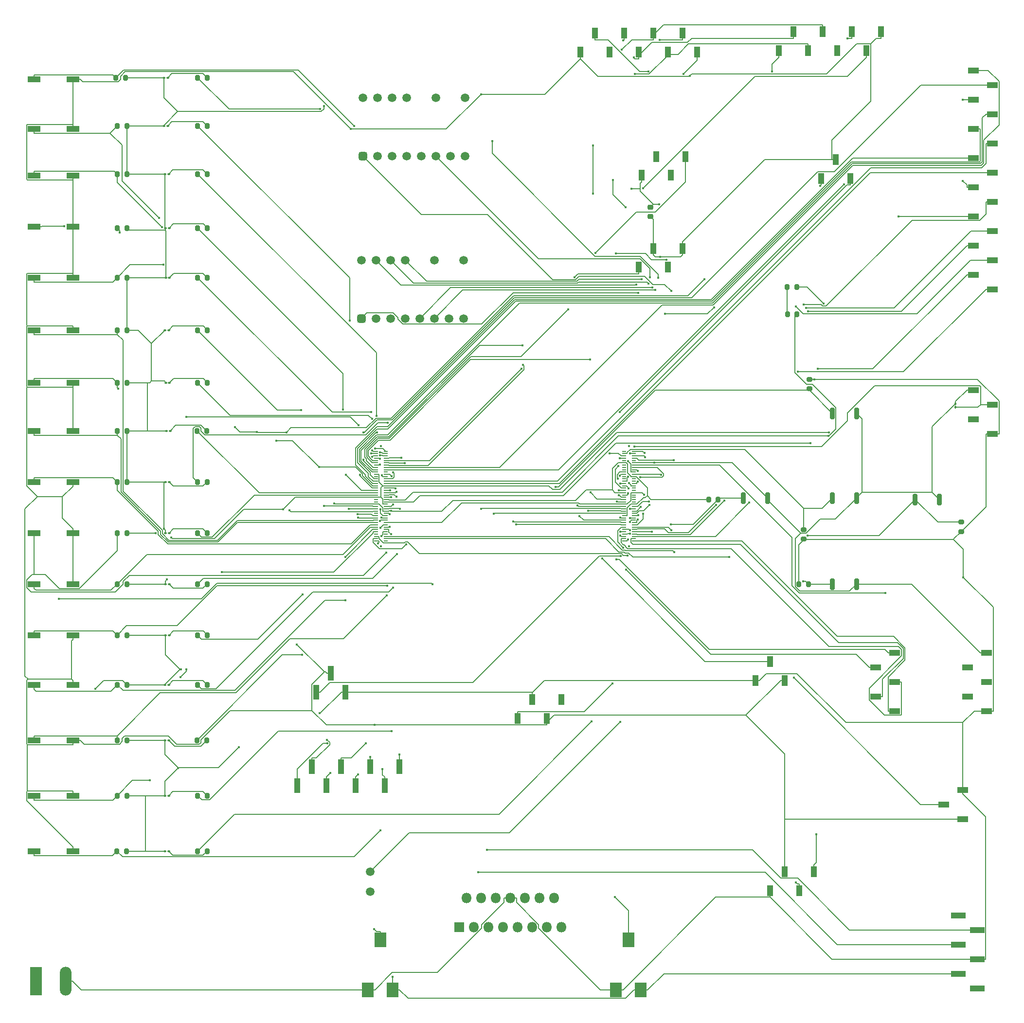
<source format=gbr>
%TF.GenerationSoftware,KiCad,Pcbnew,8.0.2*%
%TF.CreationDate,2025-02-12T15:49:00+05:00*%
%TF.ProjectId,kicad_pcb,6b696361-645f-4706-9362-2e6b69636164,rev?*%
%TF.SameCoordinates,Original*%
%TF.FileFunction,Copper,L1,Top*%
%TF.FilePolarity,Positive*%
%FSLAX46Y46*%
G04 Gerber Fmt 4.6, Leading zero omitted, Abs format (unit mm)*
G04 Created by KiCad (PCBNEW 8.0.2) date 2025-02-12 15:49:00*
%MOMM*%
%LPD*%
G01*
G04 APERTURE LIST*
G04 Aperture macros list*
%AMRoundRect*
0 Rectangle with rounded corners*
0 $1 Rounding radius*
0 $2 $3 $4 $5 $6 $7 $8 $9 X,Y pos of 4 corners*
0 Add a 4 corners polygon primitive as box body*
4,1,4,$2,$3,$4,$5,$6,$7,$8,$9,$2,$3,0*
0 Add four circle primitives for the rounded corners*
1,1,$1+$1,$2,$3*
1,1,$1+$1,$4,$5*
1,1,$1+$1,$6,$7*
1,1,$1+$1,$8,$9*
0 Add four rect primitives between the rounded corners*
20,1,$1+$1,$2,$3,$4,$5,0*
20,1,$1+$1,$4,$5,$6,$7,0*
20,1,$1+$1,$6,$7,$8,$9,0*
20,1,$1+$1,$8,$9,$2,$3,0*%
G04 Aperture macros list end*
%TA.AperFunction,SMDPad,CuDef*%
%ADD10RoundRect,0.200000X-0.200000X-0.275000X0.200000X-0.275000X0.200000X0.275000X-0.200000X0.275000X0*%
%TD*%
%TA.AperFunction,SMDPad,CuDef*%
%ADD11R,1.000000X1.900000*%
%TD*%
%TA.AperFunction,SMDPad,CuDef*%
%ADD12RoundRect,0.100000X-0.130000X-0.100000X0.130000X-0.100000X0.130000X0.100000X-0.130000X0.100000X0*%
%TD*%
%TA.AperFunction,SMDPad,CuDef*%
%ADD13R,2.160000X1.120000*%
%TD*%
%TA.AperFunction,SMDPad,CuDef*%
%ADD14RoundRect,0.200000X-0.200000X-0.800000X0.200000X-0.800000X0.200000X0.800000X-0.200000X0.800000X0*%
%TD*%
%TA.AperFunction,SMDPad,CuDef*%
%ADD15RoundRect,0.200000X0.200000X0.275000X-0.200000X0.275000X-0.200000X-0.275000X0.200000X-0.275000X0*%
%TD*%
%TA.AperFunction,ComponentPad*%
%ADD16C,1.500000*%
%TD*%
%TA.AperFunction,SMDPad,CuDef*%
%ADD17RoundRect,0.200000X0.275000X-0.200000X0.275000X0.200000X-0.275000X0.200000X-0.275000X-0.200000X0*%
%TD*%
%TA.AperFunction,SMDPad,CuDef*%
%ADD18R,2.000000X2.500000*%
%TD*%
%TA.AperFunction,SMDPad,CuDef*%
%ADD19R,1.900000X1.000000*%
%TD*%
%TA.AperFunction,SMDPad,CuDef*%
%ADD20RoundRect,0.200000X-0.275000X0.200000X-0.275000X-0.200000X0.275000X-0.200000X0.275000X0.200000X0*%
%TD*%
%TA.AperFunction,SMDPad,CuDef*%
%ADD21RoundRect,0.100000X-0.100000X0.130000X-0.100000X-0.130000X0.100000X-0.130000X0.100000X0.130000X0*%
%TD*%
%TA.AperFunction,ComponentPad*%
%ADD22RoundRect,0.375000X0.375000X-0.375000X0.375000X0.375000X-0.375000X0.375000X-0.375000X-0.375000X0*%
%TD*%
%TA.AperFunction,ComponentPad*%
%ADD23R,1.800000X1.800000*%
%TD*%
%TA.AperFunction,ComponentPad*%
%ADD24O,1.800000X1.800000*%
%TD*%
%TA.AperFunction,SMDPad,CuDef*%
%ADD25R,0.660000X0.220000*%
%TD*%
%TA.AperFunction,SMDPad,CuDef*%
%ADD26R,0.440000X0.350000*%
%TD*%
%TA.AperFunction,SMDPad,CuDef*%
%ADD27R,1.000000X2.510000*%
%TD*%
%TA.AperFunction,SMDPad,CuDef*%
%ADD28RoundRect,0.225000X-0.250000X0.225000X-0.250000X-0.225000X0.250000X-0.225000X0.250000X0.225000X0*%
%TD*%
%TA.AperFunction,ComponentPad*%
%ADD29R,2.020000X5.020000*%
%TD*%
%TA.AperFunction,ComponentPad*%
%ADD30O,2.020000X5.020000*%
%TD*%
%TA.AperFunction,SMDPad,CuDef*%
%ADD31R,2.510000X1.000000*%
%TD*%
%TA.AperFunction,ViaPad*%
%ADD32C,0.450000*%
%TD*%
%TA.AperFunction,Conductor*%
%ADD33C,0.200000*%
%TD*%
G04 APERTURE END LIST*
D10*
%TO.P,R46,1*%
%TO.N,X49*%
X93663000Y-124206000D03*
%TO.P,R46,2*%
%TO.N,Net-(LED_12-A)*%
X95313000Y-124206000D03*
%TD*%
%TO.P,R35,1*%
%TO.N,X26*%
X93663000Y-43942000D03*
%TO.P,R35,2*%
%TO.N,Net-(LED_3-A)*%
X95313000Y-43942000D03*
%TD*%
D11*
%TO.P,RFID1,1,Pin_1*%
%TO.N,Y51*%
X194818000Y-22478000D03*
%TO.P,RFID1,2,Pin_2*%
%TO.N,X9*%
X197358000Y-19178000D03*
%TO.P,RFID1,3,Pin_3*%
%TO.N,X11*%
X199898000Y-22478000D03*
%TO.P,RFID1,4,Pin_4*%
%TO.N,X10*%
X202438000Y-19178000D03*
%TO.P,RFID1,5,Pin_5*%
%TO.N,unconnected-(RFID1-Pin_5-Pad5)*%
X204978000Y-22478000D03*
%TO.P,RFID1,6,Pin_6*%
%TO.N,GND*%
X207518000Y-19178000D03*
%TO.P,RFID1,7,Pin_7*%
%TO.N,Y52*%
X210058000Y-22478000D03*
%TO.P,RFID1,8,Pin_8*%
%TO.N,3V3*%
X212598000Y-19178000D03*
%TD*%
%TO.P,PIEZO_VIBRATION_SENSOR1,1,Pin_1*%
%TO.N,GND*%
X202184000Y-44704000D03*
%TO.P,PIEZO_VIBRATION_SENSOR1,2,Pin_2*%
%TO.N,3V3*%
X204724000Y-41404000D03*
%TO.P,PIEZO_VIBRATION_SENSOR1,3,Pin_3*%
%TO.N,Y74*%
X207264000Y-44704000D03*
%TD*%
D12*
%TO.P,LED_15,1,K*%
%TO.N,GND*%
X87981000Y-152146000D03*
%TO.P,LED_15,2,A*%
%TO.N,Net-(LED_15-A)*%
X88621000Y-152146000D03*
%TD*%
D13*
%TO.P,SW16,1*%
%TO.N,X72*%
X65215000Y-161798000D03*
%TO.P,SW16,2*%
%TO.N,3V3*%
X71945000Y-161798000D03*
%TD*%
D14*
%TO.P,PUSH_BTN_5,1,1*%
%TO.N,Y78*%
X204148000Y-100330000D03*
%TO.P,PUSH_BTN_5,2,2*%
%TO.N,3V3*%
X208348000Y-100330000D03*
%TD*%
D10*
%TO.P,R12,1*%
%TO.N,5V*%
X196342000Y-68326000D03*
%TO.P,R12,2*%
%TO.N,X44*%
X197992000Y-68326000D03*
%TD*%
D12*
%TO.P,LED_5,1,K*%
%TO.N,GND*%
X88138000Y-61976000D03*
%TO.P,LED_5,2,A*%
%TO.N,Net-(LED_5-A)*%
X88778000Y-61976000D03*
%TD*%
D13*
%TO.P,SW13,1*%
%TO.N,X69*%
X65215000Y-132842000D03*
%TO.P,SW13,2*%
%TO.N,3V3*%
X71945000Y-132842000D03*
%TD*%
D15*
%TO.P,R18,1*%
%TO.N,GND*%
X81343000Y-80264000D03*
%TO.P,R18,2*%
%TO.N,X62*%
X79693000Y-80264000D03*
%TD*%
%TO.P,R26,1*%
%TO.N,GND*%
X81343000Y-152146000D03*
%TO.P,R26,2*%
%TO.N,X71*%
X79693000Y-152146000D03*
%TD*%
D11*
%TO.P,ESP8266_BOT1,1,Pin_1*%
%TO.N,X14_WLAN_RXD*%
X178562000Y-40894000D03*
%TO.P,ESP8266_BOT1,2,Pin_2*%
%TO.N,unconnected-(ESP8266_BOT1-Pin_2-Pad2)*%
X176022000Y-44194000D03*
%TO.P,ESP8266_BOT1,3,Pin_3*%
%TO.N,unconnected-(ESP8266_BOT1-Pin_3-Pad3)*%
X173482000Y-40894000D03*
%TO.P,ESP8266_BOT1,4,Pin_4*%
%TO.N,GND*%
X170942000Y-44194000D03*
%TD*%
D16*
%TO.P,R36,1*%
%TO.N,Y73*%
X123698000Y-165432000D03*
%TO.P,R36,2*%
%TO.N,3V3*%
X123698000Y-168832000D03*
%TD*%
D11*
%TO.P,LORA_USED_PINS1,1,Pin_1*%
%TO.N,3V3*%
X160274000Y-22732000D03*
%TO.P,LORA_USED_PINS1,2,Pin_2*%
%TO.N,GND*%
X162814000Y-19432000D03*
%TO.P,LORA_USED_PINS1,3,Pin_3*%
%TO.N,unconnected-(LORA_USED_PINS1-Pin_3-Pad3)*%
X165354000Y-22732000D03*
%TO.P,LORA_USED_PINS1,4,Pin_4*%
%TO.N,Y48*%
X167894000Y-19432000D03*
%TO.P,LORA_USED_PINS1,5,Pin_5*%
%TO.N,X9*%
X170434000Y-22732000D03*
%TO.P,LORA_USED_PINS1,6,Pin_6*%
%TO.N,X10*%
X172974000Y-19432000D03*
%TO.P,LORA_USED_PINS1,7,Pin_7*%
%TO.N,X11*%
X175514000Y-22732000D03*
%TO.P,LORA_USED_PINS1,8,Pin_8*%
%TO.N,Y49*%
X178054000Y-19432000D03*
%TO.P,LORA_USED_PINS1,9,Pin_9*%
%TO.N,Y50*%
X180594000Y-22732000D03*
%TD*%
D15*
%TO.P,R16,1*%
%TO.N,GND*%
X81343000Y-61976000D03*
%TO.P,R16,2*%
%TO.N,X60*%
X79693000Y-61976000D03*
%TD*%
%TO.P,R17,1*%
%TO.N,GND*%
X81343000Y-71120000D03*
%TO.P,R17,2*%
%TO.N,X61*%
X79693000Y-71120000D03*
%TD*%
D13*
%TO.P,SW6,1*%
%TO.N,X61*%
X65215000Y-71120000D03*
%TO.P,SW6,2*%
%TO.N,3V3*%
X71945000Y-71120000D03*
%TD*%
D17*
%TO.P,R30,1*%
%TO.N,X77*%
X200152000Y-81343000D03*
%TO.P,R30,2*%
%TO.N,GND*%
X200152000Y-79693000D03*
%TD*%
D14*
%TO.P,PUSH_BTN_3,1,1*%
%TO.N,X77*%
X204148000Y-85598000D03*
%TO.P,PUSH_BTN_3,2,2*%
%TO.N,3V3*%
X208348000Y-85598000D03*
%TD*%
D12*
%TO.P,LED_12,1,K*%
%TO.N,GND*%
X88072000Y-124206000D03*
%TO.P,LED_12,2,A*%
%TO.N,Net-(LED_12-A)*%
X88712000Y-124206000D03*
%TD*%
D11*
%TO.P,PIR_MOTION_SENSOR1,1,Pin_1*%
%TO.N,GND*%
X190754000Y-132080000D03*
%TO.P,PIR_MOTION_SENSOR1,2,Pin_2*%
%TO.N,Y46*%
X193294000Y-128780000D03*
%TO.P,PIR_MOTION_SENSOR1,3,Pin_3*%
%TO.N,3V3*%
X195834000Y-132080000D03*
%TD*%
D14*
%TO.P,PUSH_BTN_4,1,1*%
%TO.N,X78*%
X204148000Y-115316000D03*
%TO.P,PUSH_BTN_4,2,2*%
%TO.N,3V3*%
X208348000Y-115316000D03*
%TD*%
D18*
%TO.P,POT2,1,1*%
%TO.N,3V3*%
X170806000Y-185935000D03*
%TO.P,POT2,2,2*%
%TO.N,Y75*%
X168656000Y-177285000D03*
%TO.P,POT2,3,3*%
%TO.N,GND*%
X166506000Y-185935000D03*
%TD*%
D12*
%TO.P,LED_9,1,K*%
%TO.N,GND*%
X88072000Y-97536000D03*
%TO.P,LED_9,2,A*%
%TO.N,Net-(LED_9-A)*%
X88712000Y-97536000D03*
%TD*%
D14*
%TO.P,PUSH_BTN_2,1,1*%
%TO.N,X76*%
X218558000Y-100584000D03*
%TO.P,PUSH_BTN_2,2,2*%
%TO.N,3V3*%
X222758000Y-100584000D03*
%TD*%
D19*
%TO.P,COLOR_SENSOR_DATA1,1,Pin_1*%
%TO.N,Y1*%
X215010000Y-137414000D03*
%TO.P,COLOR_SENSOR_DATA1,2,Pin_2*%
%TO.N,Y3*%
X211710000Y-134874000D03*
%TO.P,COLOR_SENSOR_DATA1,3,Pin_3*%
%TO.N,Y4*%
X215010000Y-132334000D03*
%TO.P,COLOR_SENSOR_DATA1,4,Pin_4*%
%TO.N,Y14*%
X211710000Y-129794000D03*
%TO.P,COLOR_SENSOR_DATA1,5,Pin_5*%
%TO.N,Y22*%
X215010000Y-127254000D03*
%TD*%
D13*
%TO.P,SW2,1*%
%TO.N,X57*%
X65215000Y-36068000D03*
%TO.P,SW2,2*%
%TO.N,3V3*%
X71945000Y-36068000D03*
%TD*%
D15*
%TO.P,R22,1*%
%TO.N,GND*%
X81343000Y-115316000D03*
%TO.P,R22,2*%
%TO.N,X67*%
X79693000Y-115316000D03*
%TD*%
D10*
%TO.P,R39,1*%
%TO.N,X34*%
X93663000Y-61976000D03*
%TO.P,R39,2*%
%TO.N,Net-(LED_5-A)*%
X95313000Y-61976000D03*
%TD*%
D20*
%TO.P,R32,1*%
%TO.N,Y78*%
X199136000Y-105855000D03*
%TO.P,R32,2*%
%TO.N,GND*%
X199136000Y-107505000D03*
%TD*%
D10*
%TO.P,R33,1*%
%TO.N,X24*%
X93663000Y-27178000D03*
%TO.P,R33,2*%
%TO.N,Net-(LED_1-A)*%
X95313000Y-27178000D03*
%TD*%
D21*
%TO.P,R37,1*%
%TO.N,3V3*%
X225552000Y-83917000D03*
%TO.P,R37,2*%
%TO.N,Y54*%
X225552000Y-84557000D03*
%TD*%
D19*
%TO.P,BUZZER1,1,Pin_1*%
%TO.N,3V3*%
X226822000Y-156210000D03*
%TO.P,BUZZER1,2,Pin_2*%
%TO.N,Y13*%
X223522000Y-153670000D03*
%TO.P,BUZZER1,3,Pin_3*%
%TO.N,GND*%
X226822000Y-151130000D03*
%TD*%
D10*
%TO.P,R50,1*%
%TO.N,Y77*%
X93663000Y-161798000D03*
%TO.P,R50,2*%
%TO.N,Net-(LED_16-A)*%
X95313000Y-161798000D03*
%TD*%
D22*
%TO.P,7_SEG1,1,CA1*%
%TO.N,Y25*%
X122428000Y-40861500D03*
D16*
%TO.P,7_SEG1,2,CA2*%
%TO.N,Y26*%
X124968000Y-40861500D03*
%TO.P,7_SEG1,3,D*%
%TO.N,Y18*%
X127508000Y-40861500D03*
%TO.P,7_SEG1,4,CAL*%
%TO.N,unconnected-(7_SEG1-CAL-Pad4)*%
X130048000Y-40861500D03*
%TO.P,7_SEG1,5,E*%
%TO.N,Y19*%
X132588000Y-40861500D03*
%TO.P,7_SEG1,6,CA3*%
%TO.N,Y27*%
X135128000Y-40861500D03*
%TO.P,7_SEG1,7,DP*%
%TO.N,unconnected-(7_SEG1-DP-Pad7)*%
X137668000Y-40861500D03*
%TO.P,7_SEG1,8,CA4*%
%TO.N,Y28*%
X140208000Y-40861500D03*
%TO.P,7_SEG1,9,NC*%
%TO.N,unconnected-(7_SEG1-NC-Pad9)*%
X140208000Y-30701500D03*
%TO.P,7_SEG1,11,F*%
%TO.N,Y20*%
X135128000Y-30701500D03*
%TO.P,7_SEG1,13,C*%
%TO.N,Y17*%
X130048000Y-30701500D03*
%TO.P,7_SEG1,14,A*%
%TO.N,Y15*%
X127508000Y-30701500D03*
%TO.P,7_SEG1,15,G*%
%TO.N,Y21*%
X124968000Y-30701500D03*
%TO.P,7_SEG1,16,B*%
%TO.N,Y16*%
X122428000Y-30701500D03*
%TD*%
D10*
%TO.P,R14,1*%
%TO.N,5V*%
X196299000Y-63605000D03*
%TO.P,R14,2*%
%TO.N,X46*%
X197949000Y-63605000D03*
%TD*%
D23*
%TO.P,U1,1,SENSE_A*%
%TO.N,unconnected-(U1-SENSE_A-Pad1)*%
X139187000Y-175023000D03*
D24*
%TO.P,U1,2,OUT1*%
%TO.N,Net-(LEFT_MOTOR1-Pin_2)*%
X140457000Y-169943000D03*
%TO.P,U1,3,OUT2*%
%TO.N,Net-(LEFT_MOTOR1-Pin_1)*%
X141727000Y-175023000D03*
%TO.P,U1,4,Vs*%
%TO.N,12V*%
X142997000Y-169943000D03*
%TO.P,U1,5,IN1*%
%TO.N,Y60*%
X144267000Y-175023000D03*
%TO.P,U1,6,EnA*%
%TO.N,Y62*%
X145537000Y-169943000D03*
%TO.P,U1,7,IN2*%
%TO.N,Y36*%
X146807000Y-175023000D03*
%TO.P,U1,8,GND*%
%TO.N,GND*%
X148077000Y-169943000D03*
%TO.P,U1,9,Vss*%
%TO.N,unconnected-(U1-Vss-Pad9)*%
X149347000Y-175023000D03*
%TO.P,U1,10,IN3*%
%TO.N,Y63*%
X150617000Y-169943000D03*
%TO.P,U1,11,EnB*%
%TO.N,Y65*%
X151887000Y-175023000D03*
%TO.P,U1,12,IN4*%
%TO.N,Y42*%
X153157000Y-169943000D03*
%TO.P,U1,13,OUT3*%
%TO.N,Net-(RIGHT_MOTOR1-Pin_2)*%
X154427000Y-175023000D03*
%TO.P,U1,14,OUT4*%
%TO.N,Net-(RIGHT_MOTOR1-Pin_1)*%
X155697000Y-169943000D03*
%TO.P,U1,15,SENSE_B*%
%TO.N,unconnected-(U1-SENSE_B-Pad15)*%
X156967000Y-175023000D03*
%TD*%
D25*
%TO.P,X_conns1,1,Pin_1*%
%TO.N,X1*%
X124714000Y-92222000D03*
%TO.P,X_conns1,2,Pin_2*%
%TO.N,X2*%
X126424000Y-92222000D03*
%TO.P,X_conns1,3,Pin_3*%
%TO.N,X3*%
X124714000Y-92622000D03*
%TO.P,X_conns1,4,Pin_4*%
%TO.N,X4*%
X126424000Y-92622000D03*
%TO.P,X_conns1,5,Pin_5*%
%TO.N,X5*%
X124714000Y-93022000D03*
%TO.P,X_conns1,6,Pin_6*%
%TO.N,X6*%
X126424000Y-93022000D03*
%TO.P,X_conns1,7,Pin_7*%
%TO.N,X7*%
X124714000Y-93422000D03*
%TO.P,X_conns1,8,Pin_8*%
%TO.N,X8*%
X126424000Y-93422000D03*
%TO.P,X_conns1,9,Pin_9*%
%TO.N,X9*%
X124714000Y-93822000D03*
%TO.P,X_conns1,10,Pin_10*%
%TO.N,X10*%
X126424000Y-93822000D03*
%TO.P,X_conns1,11,Pin_11*%
%TO.N,X11*%
X124714000Y-94222000D03*
%TO.P,X_conns1,12,Pin_12*%
%TO.N,X12_BLE_RXD*%
X126424000Y-94222000D03*
%TO.P,X_conns1,13,Pin_13*%
%TO.N,X13_BLE_TXD*%
X124714000Y-94622000D03*
%TO.P,X_conns1,14,Pin_14*%
%TO.N,X14_WLAN_RXD*%
X126424000Y-94622000D03*
%TO.P,X_conns1,15,Pin_15*%
%TO.N,X15_WLAN_TXD*%
X124714000Y-95022000D03*
%TO.P,X_conns1,16,Pin_16*%
%TO.N,X16*%
X126424000Y-95022000D03*
%TO.P,X_conns1,17,Pin_17*%
%TO.N,X17*%
X124714000Y-95422000D03*
%TO.P,X_conns1,18,Pin_18*%
%TO.N,X18*%
X126424000Y-95422000D03*
%TO.P,X_conns1,19,Pin_19*%
%TO.N,X19*%
X124714000Y-95822000D03*
%TO.P,X_conns1,20,Pin_20*%
%TO.N,unconnected-(X_conns1-Pin_20-Pad20)*%
X126424000Y-95822000D03*
%TO.P,X_conns1,21,Pin_21*%
%TO.N,VDD*%
X124714000Y-96222000D03*
%TO.P,X_conns1,22,Pin_22*%
%TO.N,GND*%
X126424000Y-96222000D03*
%TO.P,X_conns1,23,Pin_23*%
%TO.N,unconnected-(X_conns1-Pin_23-Pad23)*%
X124714000Y-96622000D03*
%TO.P,X_conns1,24,Pin_24*%
%TO.N,X24*%
X126424000Y-96622000D03*
%TO.P,X_conns1,25,Pin_25*%
%TO.N,X25*%
X124714000Y-97022000D03*
%TO.P,X_conns1,26,Pin_26*%
%TO.N,X26*%
X126424000Y-97022000D03*
%TO.P,X_conns1,27,Pin_27*%
%TO.N,X27*%
X124714000Y-97422000D03*
%TO.P,X_conns1,28,Pin_28*%
%TO.N,X28*%
X126424000Y-97422000D03*
%TO.P,X_conns1,29,Pin_29*%
%TO.N,X29*%
X124714000Y-97822000D03*
%TO.P,X_conns1,30,Pin_30*%
%TO.N,X30*%
X126424000Y-97822000D03*
%TO.P,X_conns1,31,Pin_31*%
%TO.N,GND*%
X124714000Y-98222000D03*
%TO.P,X_conns1,32,Pin_32*%
%TO.N,VDD*%
X126424000Y-98222000D03*
%TO.P,X_conns1,33,Pin_33*%
%TO.N,X33*%
X124714000Y-98622000D03*
%TO.P,X_conns1,34,Pin_34*%
%TO.N,X34*%
X126424000Y-98622000D03*
%TO.P,X_conns1,35,Pin_35*%
%TO.N,X35*%
X124714000Y-99022000D03*
%TO.P,X_conns1,36,Pin_36*%
%TO.N,X36*%
X126424000Y-99022000D03*
%TO.P,X_conns1,37,Pin_37*%
%TO.N,X37*%
X124714000Y-99422000D03*
%TO.P,X_conns1,38,Pin_38*%
%TO.N,X38*%
X126424000Y-99422000D03*
%TO.P,X_conns1,39,Pin_39*%
%TO.N,X39*%
X124714000Y-99822000D03*
%TO.P,X_conns1,40,Pin_40*%
%TO.N,X40*%
X126424000Y-99822000D03*
%TO.P,X_conns1,41,Pin_41*%
%TO.N,VDD*%
X124714000Y-100222000D03*
%TO.P,X_conns1,42,Pin_42*%
%TO.N,GND*%
X126424000Y-100222000D03*
%TO.P,X_conns1,43,Pin_43*%
%TO.N,unconnected-(X_conns1-Pin_43-Pad43)*%
X124714000Y-100622000D03*
%TO.P,X_conns1,44,Pin_44*%
%TO.N,X44*%
X126424000Y-100622000D03*
%TO.P,X_conns1,45,Pin_45*%
%TO.N,unconnected-(X_conns1-Pin_45-Pad45)*%
X124714000Y-101022000D03*
%TO.P,X_conns1,46,Pin_46*%
%TO.N,X46*%
X126424000Y-101022000D03*
%TO.P,X_conns1,47,Pin_47*%
%TO.N,GND*%
X124714000Y-101422000D03*
%TO.P,X_conns1,48,Pin_48*%
%TO.N,VDD*%
X126424000Y-101422000D03*
%TO.P,X_conns1,49,Pin_49*%
%TO.N,X49*%
X124714000Y-101822000D03*
%TO.P,X_conns1,50,Pin_50*%
%TO.N,X50*%
X126424000Y-101822000D03*
%TO.P,X_conns1,51,Pin_51*%
%TO.N,X51*%
X124714000Y-102222000D03*
%TO.P,X_conns1,52,Pin_52*%
%TO.N,X52*%
X126424000Y-102222000D03*
%TO.P,X_conns1,53,Pin_53*%
%TO.N,3V3*%
X124714000Y-102622000D03*
%TO.P,X_conns1,54,Pin_54*%
%TO.N,GND*%
X126424000Y-102622000D03*
%TO.P,X_conns1,55,Pin_55*%
%TO.N,unconnected-(X_conns1-Pin_55-Pad55)*%
X124714000Y-103022000D03*
%TO.P,X_conns1,56,Pin_56*%
%TO.N,X56*%
X126424000Y-103022000D03*
%TO.P,X_conns1,57,Pin_57*%
%TO.N,X57*%
X124714000Y-103422000D03*
%TO.P,X_conns1,58,Pin_58*%
%TO.N,X58*%
X126424000Y-103422000D03*
%TO.P,X_conns1,59,Pin_59*%
%TO.N,X59*%
X124714000Y-103822000D03*
%TO.P,X_conns1,60,Pin_60*%
%TO.N,X60*%
X126424000Y-103822000D03*
%TO.P,X_conns1,61,Pin_61*%
%TO.N,X61*%
X124714000Y-104222000D03*
%TO.P,X_conns1,62,Pin_62*%
%TO.N,X62*%
X126424000Y-104222000D03*
%TO.P,X_conns1,63,Pin_63*%
%TO.N,X63*%
X124714000Y-104622000D03*
%TO.P,X_conns1,64,Pin_64*%
%TO.N,3V3*%
X126424000Y-104622000D03*
%TO.P,X_conns1,65,Pin_65*%
%TO.N,X65*%
X124714000Y-105022000D03*
%TO.P,X_conns1,66,Pin_66*%
%TO.N,X66*%
X126424000Y-105022000D03*
%TO.P,X_conns1,67,Pin_67*%
%TO.N,X67*%
X124714000Y-105422000D03*
%TO.P,X_conns1,68,Pin_68*%
%TO.N,X68*%
X126424000Y-105422000D03*
%TO.P,X_conns1,69,Pin_69*%
%TO.N,X69*%
X124714000Y-105822000D03*
%TO.P,X_conns1,70,Pin_70*%
%TO.N,X70*%
X126424000Y-105822000D03*
%TO.P,X_conns1,71,Pin_71*%
%TO.N,X71*%
X124714000Y-106222000D03*
%TO.P,X_conns1,72,Pin_72*%
%TO.N,X72*%
X126424000Y-106222000D03*
%TO.P,X_conns1,73,Pin_73*%
%TO.N,unconnected-(X_conns1-Pin_73-Pad73)*%
X124714000Y-106622000D03*
%TO.P,X_conns1,74,Pin_74*%
%TO.N,unconnected-(X_conns1-Pin_74-Pad74)*%
X126424000Y-106622000D03*
%TO.P,X_conns1,75,Pin_75*%
%TO.N,X75*%
X124714000Y-107022000D03*
%TO.P,X_conns1,76,Pin_76*%
%TO.N,X76*%
X126424000Y-107022000D03*
%TO.P,X_conns1,77,Pin_77*%
%TO.N,X77*%
X124714000Y-107422000D03*
%TO.P,X_conns1,78,Pin_78*%
%TO.N,X78*%
X126424000Y-107422000D03*
%TO.P,X_conns1,79,Pin_79*%
%TO.N,X79*%
X124714000Y-107822000D03*
%TO.P,X_conns1,80,Pin_80*%
%TO.N,unconnected-(X_conns1-Pin_80-Pad80)*%
X126424000Y-107822000D03*
D26*
%TO.P,X_conns1,MP1*%
%TO.N,N/C*%
X125569000Y-91272000D03*
%TO.P,X_conns1,MP2*%
X125569000Y-108772000D03*
%TD*%
D15*
%TO.P,R31,1*%
%TO.N,X78*%
X199961000Y-115316000D03*
%TO.P,R31,2*%
%TO.N,GND*%
X198311000Y-115316000D03*
%TD*%
D27*
%TO.P,MOISTURE_SENSOR1,1,Pin_1*%
%TO.N,Y2*%
X114300000Y-134120000D03*
%TO.P,MOISTURE_SENSOR1,2,Pin_2*%
%TO.N,3V3*%
X116840000Y-130810000D03*
%TO.P,MOISTURE_SENSOR1,3,Pin_3*%
%TO.N,GND*%
X119380000Y-134120000D03*
%TD*%
D13*
%TO.P,SW5,1*%
%TO.N,X60*%
X65215000Y-61976000D03*
%TO.P,SW5,2*%
%TO.N,3V3*%
X71945000Y-61976000D03*
%TD*%
D14*
%TO.P,PUSH_BTN_1,1,1*%
%TO.N,X75*%
X188654000Y-100330000D03*
%TO.P,PUSH_BTN_1,2,2*%
%TO.N,3V3*%
X192854000Y-100330000D03*
%TD*%
D10*
%TO.P,R38,1*%
%TO.N,X33*%
X93663000Y-53340000D03*
%TO.P,R38,2*%
%TO.N,Net-(LED_4-A)*%
X95313000Y-53340000D03*
%TD*%
D15*
%TO.P,R24,1*%
%TO.N,GND*%
X81343000Y-132842000D03*
%TO.P,R24,2*%
%TO.N,X69*%
X79693000Y-132842000D03*
%TD*%
%TO.P,R21,1*%
%TO.N,GND*%
X81343000Y-106426000D03*
%TO.P,R21,2*%
%TO.N,X66*%
X79693000Y-106426000D03*
%TD*%
D13*
%TO.P,SW15,1*%
%TO.N,X71*%
X65215000Y-152146000D03*
%TO.P,SW15,2*%
%TO.N,3V3*%
X71945000Y-152146000D03*
%TD*%
D15*
%TO.P,R27,1*%
%TO.N,GND*%
X81280000Y-161798000D03*
%TO.P,R27,2*%
%TO.N,X72*%
X79630000Y-161798000D03*
%TD*%
D28*
%TO.P,C5,1*%
%TO.N,GND*%
X172466000Y-49771000D03*
%TO.P,C5,2*%
%TO.N,3V3*%
X172466000Y-51321000D03*
%TD*%
D15*
%TO.P,R20,1*%
%TO.N,GND*%
X81343000Y-97536000D03*
%TO.P,R20,2*%
%TO.N,X65*%
X79693000Y-97536000D03*
%TD*%
%TO.P,R28,1*%
%TO.N,X75*%
X184276000Y-100584000D03*
%TO.P,R28,2*%
%TO.N,GND*%
X182626000Y-100584000D03*
%TD*%
D13*
%TO.P,SW11,1*%
%TO.N,X67*%
X65215000Y-115316000D03*
%TO.P,SW11,2*%
%TO.N,3V3*%
X71945000Y-115316000D03*
%TD*%
D12*
%TO.P,LED_6,1,K*%
%TO.N,GND*%
X88006000Y-71120000D03*
%TO.P,LED_6,2,A*%
%TO.N,Net-(LED_6-A)*%
X88646000Y-71120000D03*
%TD*%
D13*
%TO.P,SW4,1*%
%TO.N,X59*%
X65215000Y-53086000D03*
%TO.P,SW4,2*%
%TO.N,3V3*%
X71945000Y-53086000D03*
%TD*%
D19*
%TO.P,DHT22,1,Pin_1*%
%TO.N,3V3*%
X228728000Y-81534000D03*
%TO.P,DHT22,2,Pin_2*%
%TO.N,Y54*%
X232028000Y-84074000D03*
%TO.P,DHT22,3,Pin_3*%
%TO.N,unconnected-(DHT22-Pin_3-Pad3)*%
X228728000Y-86614000D03*
%TO.P,DHT22,4,Pin_4*%
%TO.N,GND*%
X232028000Y-89154000D03*
%TD*%
D29*
%TO.P,J10,1*%
%TO.N,/Power/VIN_IP*%
X65538000Y-184404000D03*
D30*
%TO.P,J10,2*%
%TO.N,GND*%
X70718000Y-184404000D03*
%TD*%
D10*
%TO.P,R42,1*%
%TO.N,X37*%
X93600000Y-88646000D03*
%TO.P,R42,2*%
%TO.N,Net-(LED_8-A)*%
X95250000Y-88646000D03*
%TD*%
D20*
%TO.P,R29,1*%
%TO.N,X76*%
X226568000Y-104522000D03*
%TO.P,R29,2*%
%TO.N,GND*%
X226568000Y-106172000D03*
%TD*%
D12*
%TO.P,LED_3,1,K*%
%TO.N,GND*%
X88006000Y-43942000D03*
%TO.P,LED_3,2,A*%
%TO.N,Net-(LED_3-A)*%
X88646000Y-43942000D03*
%TD*%
D13*
%TO.P,SW3,1*%
%TO.N,X58*%
X65215000Y-44196000D03*
%TO.P,SW3,2*%
%TO.N,3V3*%
X71945000Y-44196000D03*
%TD*%
D15*
%TO.P,R25,1*%
%TO.N,GND*%
X81343000Y-142494000D03*
%TO.P,R25,2*%
%TO.N,X70*%
X79693000Y-142494000D03*
%TD*%
D10*
%TO.P,R44,1*%
%TO.N,X39*%
X93663000Y-106426000D03*
%TO.P,R44,2*%
%TO.N,Net-(LED_10-A)*%
X95313000Y-106426000D03*
%TD*%
D12*
%TO.P,LED_1,1,K*%
%TO.N,GND*%
X87818000Y-27178000D03*
%TO.P,LED_1,2,A*%
%TO.N,Net-(LED_1-A)*%
X88458000Y-27178000D03*
%TD*%
D13*
%TO.P,SW9,1*%
%TO.N,X65*%
X65215000Y-97536000D03*
%TO.P,SW9,2*%
%TO.N,3V3*%
X71945000Y-97536000D03*
%TD*%
%TO.P,SW10,1*%
%TO.N,X66*%
X65215000Y-106426000D03*
%TO.P,SW10,2*%
%TO.N,3V3*%
X71945000Y-106426000D03*
%TD*%
D12*
%TO.P,LED_13,1,K*%
%TO.N,GND*%
X87981000Y-132842000D03*
%TO.P,LED_13,2,A*%
%TO.N,Net-(LED_13-A)*%
X88621000Y-132842000D03*
%TD*%
D15*
%TO.P,R15,1*%
%TO.N,GND*%
X81343000Y-53340000D03*
%TO.P,R15,2*%
%TO.N,X59*%
X79693000Y-53340000D03*
%TD*%
D11*
%TO.P,MIC_MODULE1,1,Pin_1*%
%TO.N,Y79*%
X149352000Y-138684000D03*
%TO.P,MIC_MODULE1,2,Pin_2*%
%TO.N,GND*%
X151892000Y-135384000D03*
%TO.P,MIC_MODULE1,3,Pin_3*%
%TO.N,3V3*%
X154432000Y-138684000D03*
%TO.P,MIC_MODULE1,4,Pin_4*%
%TO.N,unconnected-(MIC_MODULE1-Pin_4-Pad4)*%
X156972000Y-135384000D03*
%TD*%
%TO.P,ESP8266_TOP1,1,Pin_1*%
%TO.N,3V3*%
X178054000Y-56896000D03*
%TO.P,ESP8266_TOP1,2,Pin_2*%
%TO.N,unconnected-(ESP8266_TOP1-Pin_2-Pad2)*%
X175514000Y-60196000D03*
%TO.P,ESP8266_TOP1,3,Pin_3*%
%TO.N,3V3*%
X172974000Y-56896000D03*
%TO.P,ESP8266_TOP1,4,Pin_4*%
%TO.N,X15_WLAN_TXD*%
X170434000Y-60196000D03*
%TD*%
D15*
%TO.P,R3,1*%
%TO.N,GND*%
X81343000Y-35560000D03*
%TO.P,R3,2*%
%TO.N,X57*%
X79693000Y-35560000D03*
%TD*%
%TO.P,R19,1*%
%TO.N,GND*%
X81343000Y-88646000D03*
%TO.P,R19,2*%
%TO.N,X63*%
X79693000Y-88646000D03*
%TD*%
D10*
%TO.P,R40,1*%
%TO.N,X35*%
X93663000Y-71120000D03*
%TO.P,R40,2*%
%TO.N,Net-(LED_6-A)*%
X95313000Y-71120000D03*
%TD*%
D11*
%TO.P,OLED1,1,Pin_1*%
%TO.N,GND*%
X193294000Y-168656000D03*
%TO.P,OLED1,2,Pin_2*%
%TO.N,3V3*%
X195834000Y-165356000D03*
%TO.P,OLED1,3,Pin_3*%
%TO.N,X46*%
X198374000Y-168656000D03*
%TO.P,OLED1,4,Pin_4*%
%TO.N,X44*%
X200914000Y-165356000D03*
%TD*%
D10*
%TO.P,R43,1*%
%TO.N,X38*%
X93663000Y-97536000D03*
%TO.P,R43,2*%
%TO.N,Net-(LED_9-A)*%
X95313000Y-97536000D03*
%TD*%
D12*
%TO.P,LED_16,1,K*%
%TO.N,GND*%
X87981000Y-161798000D03*
%TO.P,LED_16,2,A*%
%TO.N,Net-(LED_16-A)*%
X88621000Y-161798000D03*
%TD*%
D10*
%TO.P,R49,1*%
%TO.N,X52*%
X93663000Y-152146000D03*
%TO.P,R49,2*%
%TO.N,Net-(LED_15-A)*%
X95313000Y-152146000D03*
%TD*%
%TO.P,R41,1*%
%TO.N,X36*%
X93663000Y-80264000D03*
%TO.P,R41,2*%
%TO.N,Net-(LED_7-A)*%
X95313000Y-80264000D03*
%TD*%
D18*
%TO.P,POT1,1,1*%
%TO.N,3V3*%
X127626000Y-185935000D03*
%TO.P,POT1,2,2*%
%TO.N,X79*%
X125476000Y-177285000D03*
%TO.P,POT1,3,3*%
%TO.N,GND*%
X123326000Y-185935000D03*
%TD*%
D15*
%TO.P,R1,1*%
%TO.N,GND*%
X81089000Y-27178000D03*
%TO.P,R1,2*%
%TO.N,X56*%
X79439000Y-27178000D03*
%TD*%
%TO.P,R13,1*%
%TO.N,GND*%
X81343000Y-43942000D03*
%TO.P,R13,2*%
%TO.N,X58*%
X79693000Y-43942000D03*
%TD*%
D10*
%TO.P,R47,1*%
%TO.N,X50*%
X93663000Y-132842000D03*
%TO.P,R47,2*%
%TO.N,Net-(LED_13-A)*%
X95313000Y-132842000D03*
%TD*%
D19*
%TO.P,COLOR_SENSOR_PWR1,1,Pin_1*%
%TO.N,GND*%
X231012000Y-137414000D03*
%TO.P,COLOR_SENSOR_PWR1,2,Pin_2*%
%TO.N,unconnected-(COLOR_SENSOR_PWR1-Pin_2-Pad2)*%
X227712000Y-134874000D03*
%TO.P,COLOR_SENSOR_PWR1,3,Pin_3*%
%TO.N,unconnected-(COLOR_SENSOR_PWR1-Pin_3-Pad3)*%
X231012000Y-132334000D03*
%TO.P,COLOR_SENSOR_PWR1,4,Pin_4*%
%TO.N,unconnected-(COLOR_SENSOR_PWR1-Pin_4-Pad4)*%
X227712000Y-129794000D03*
%TO.P,COLOR_SENSOR_PWR1,5,Pin_5*%
%TO.N,3V3*%
X231012000Y-127254000D03*
%TD*%
D15*
%TO.P,R23,1*%
%TO.N,GND*%
X81343000Y-124206000D03*
%TO.P,R23,2*%
%TO.N,X68*%
X79693000Y-124206000D03*
%TD*%
D31*
%TO.P,HC05_BLE1,1,Pin_1*%
%TO.N,unconnected-(HC05_BLE1-Pin_1-Pad1)*%
X226052000Y-172974000D03*
%TO.P,HC05_BLE1,2,Pin_2*%
%TO.N,X12_BLE_RXD*%
X229362000Y-175514000D03*
%TO.P,HC05_BLE1,3,Pin_3*%
%TO.N,X13_BLE_TXD*%
X226052000Y-178054000D03*
%TO.P,HC05_BLE1,4,Pin_4*%
%TO.N,GND*%
X229362000Y-180594000D03*
%TO.P,HC05_BLE1,5,Pin_5*%
%TO.N,3V3*%
X226052000Y-183134000D03*
%TO.P,HC05_BLE1,6,Pin_6*%
%TO.N,unconnected-(HC05_BLE1-Pin_6-Pad6)*%
X229362000Y-185674000D03*
%TD*%
D22*
%TO.P,7_SEG2,1,CA1*%
%TO.N,Y29*%
X122174000Y-69088000D03*
D16*
%TO.P,7_SEG2,2,CA2*%
%TO.N,Y30*%
X124714000Y-69088000D03*
%TO.P,7_SEG2,3,D*%
%TO.N,Y18*%
X127254000Y-69088000D03*
%TO.P,7_SEG2,4,CAL*%
%TO.N,unconnected-(7_SEG2-CAL-Pad4)*%
X129794000Y-69088000D03*
%TO.P,7_SEG2,5,E*%
%TO.N,Y19*%
X132334000Y-69088000D03*
%TO.P,7_SEG2,6,CA3*%
%TO.N,Y31*%
X134874000Y-69088000D03*
%TO.P,7_SEG2,7,DP*%
%TO.N,unconnected-(7_SEG2-DP-Pad7)*%
X137414000Y-69088000D03*
%TO.P,7_SEG2,8,CA4*%
%TO.N,Y32*%
X139954000Y-69088000D03*
%TO.P,7_SEG2,9,NC*%
%TO.N,unconnected-(7_SEG2-NC-Pad9)*%
X139954000Y-58928000D03*
%TO.P,7_SEG2,11,F*%
%TO.N,Y20*%
X134874000Y-58928000D03*
%TO.P,7_SEG2,13,C*%
%TO.N,Y17*%
X129794000Y-58928000D03*
%TO.P,7_SEG2,14,A*%
%TO.N,Y15*%
X127254000Y-58928000D03*
%TO.P,7_SEG2,15,G*%
%TO.N,Y21*%
X124714000Y-58928000D03*
%TO.P,7_SEG2,16,B*%
%TO.N,Y16*%
X122174000Y-58928000D03*
%TD*%
D13*
%TO.P,SW8,1*%
%TO.N,X63*%
X65215000Y-88646000D03*
%TO.P,SW8,2*%
%TO.N,3V3*%
X71945000Y-88646000D03*
%TD*%
D27*
%TO.P,KEYPAD1,1,Pin_1*%
%TO.N,X1*%
X110998000Y-150376000D03*
%TO.P,KEYPAD1,2,Pin_2*%
%TO.N,X2*%
X113538000Y-147066000D03*
%TO.P,KEYPAD1,3,Pin_3*%
%TO.N,X3*%
X116078000Y-150376000D03*
%TO.P,KEYPAD1,4,Pin_4*%
%TO.N,X4*%
X118618000Y-147066000D03*
%TO.P,KEYPAD1,5,Pin_5*%
%TO.N,X5*%
X121158000Y-150376000D03*
%TO.P,KEYPAD1,6,Pin_6*%
%TO.N,X6*%
X123698000Y-147066000D03*
%TO.P,KEYPAD1,7,Pin_7*%
%TO.N,X7*%
X126238000Y-150376000D03*
%TO.P,KEYPAD1,8,Pin_8*%
%TO.N,X8*%
X128778000Y-147066000D03*
%TD*%
D12*
%TO.P,LED_11,1,K*%
%TO.N,GND*%
X88072000Y-115316000D03*
%TO.P,LED_11,2,A*%
%TO.N,Net-(LED_11-A)*%
X88712000Y-115316000D03*
%TD*%
D10*
%TO.P,R34,1*%
%TO.N,X25*%
X93663000Y-35560000D03*
%TO.P,R34,2*%
%TO.N,Net-(LED_2-A)*%
X95313000Y-35560000D03*
%TD*%
D12*
%TO.P,LED_2,1,K*%
%TO.N,GND*%
X87818000Y-35560000D03*
%TO.P,LED_2,2,A*%
%TO.N,Net-(LED_2-A)*%
X88458000Y-35560000D03*
%TD*%
%TO.P,LED_7,1,K*%
%TO.N,GND*%
X88144000Y-80264000D03*
%TO.P,LED_7,2,A*%
%TO.N,Net-(LED_7-A)*%
X88784000Y-80264000D03*
%TD*%
%TO.P,LED_10,1,K*%
%TO.N,GND*%
X88072000Y-106426000D03*
%TO.P,LED_10,2,A*%
%TO.N,Net-(LED_10-A)*%
X88712000Y-106426000D03*
%TD*%
D25*
%TO.P,Y_conns1,1,Pin_1*%
%TO.N,Y1*%
X169604000Y-107822000D03*
%TO.P,Y_conns1,2,Pin_2*%
%TO.N,Y2*%
X167894000Y-107822000D03*
%TO.P,Y_conns1,3,Pin_3*%
%TO.N,Y3*%
X169604000Y-107422000D03*
%TO.P,Y_conns1,4,Pin_4*%
%TO.N,Y4*%
X167894000Y-107422000D03*
%TO.P,Y_conns1,5,Pin_5*%
%TO.N,Y5*%
X169604000Y-107022000D03*
%TO.P,Y_conns1,6,Pin_6*%
%TO.N,Y6*%
X167894000Y-107022000D03*
%TO.P,Y_conns1,7,Pin_7*%
%TO.N,Y7*%
X169604000Y-106622000D03*
%TO.P,Y_conns1,8,Pin_8*%
%TO.N,Y8*%
X167894000Y-106622000D03*
%TO.P,Y_conns1,9,Pin_9*%
%TO.N,Y9*%
X169604000Y-106222000D03*
%TO.P,Y_conns1,10,Pin_10*%
%TO.N,Y10*%
X167894000Y-106222000D03*
%TO.P,Y_conns1,11,Pin_11*%
%TO.N,Y11*%
X169604000Y-105822000D03*
%TO.P,Y_conns1,12,Pin_12*%
%TO.N,Y12*%
X167894000Y-105822000D03*
%TO.P,Y_conns1,13,Pin_13*%
%TO.N,Y13*%
X169604000Y-105422000D03*
%TO.P,Y_conns1,14,Pin_14*%
%TO.N,Y14*%
X167894000Y-105422000D03*
%TO.P,Y_conns1,15,Pin_15*%
%TO.N,Y15*%
X169604000Y-105022000D03*
%TO.P,Y_conns1,16,Pin_16*%
%TO.N,Y16*%
X167894000Y-105022000D03*
%TO.P,Y_conns1,17,Pin_17*%
%TO.N,Y17*%
X169604000Y-104622000D03*
%TO.P,Y_conns1,18,Pin_18*%
%TO.N,Y18*%
X167894000Y-104622000D03*
%TO.P,Y_conns1,19,Pin_19*%
%TO.N,Y19*%
X169604000Y-104222000D03*
%TO.P,Y_conns1,20,Pin_20*%
%TO.N,Y20*%
X167894000Y-104222000D03*
%TO.P,Y_conns1,21,Pin_21*%
%TO.N,Y21*%
X169604000Y-103822000D03*
%TO.P,Y_conns1,22,Pin_22*%
%TO.N,Y22*%
X167894000Y-103822000D03*
%TO.P,Y_conns1,23,Pin_23*%
%TO.N,3V3*%
X169604000Y-103422000D03*
%TO.P,Y_conns1,24,Pin_24*%
%TO.N,GND*%
X167894000Y-103422000D03*
%TO.P,Y_conns1,25,Pin_25*%
%TO.N,Y25*%
X169604000Y-103022000D03*
%TO.P,Y_conns1,26,Pin_26*%
%TO.N,Y26*%
X167894000Y-103022000D03*
%TO.P,Y_conns1,27,Pin_27*%
%TO.N,Y27*%
X169604000Y-102622000D03*
%TO.P,Y_conns1,28,Pin_28*%
%TO.N,Y28*%
X167894000Y-102622000D03*
%TO.P,Y_conns1,29,Pin_29*%
%TO.N,Y29*%
X169604000Y-102222000D03*
%TO.P,Y_conns1,30,Pin_30*%
%TO.N,Y30*%
X167894000Y-102222000D03*
%TO.P,Y_conns1,31,Pin_31*%
%TO.N,Y31*%
X169604000Y-101822000D03*
%TO.P,Y_conns1,32,Pin_32*%
%TO.N,Y32*%
X167894000Y-101822000D03*
%TO.P,Y_conns1,33,Pin_33*%
%TO.N,GND*%
X169604000Y-101422000D03*
%TO.P,Y_conns1,34,Pin_34*%
%TO.N,3V3*%
X167894000Y-101422000D03*
%TO.P,Y_conns1,35,Pin_35*%
%TO.N,unconnected-(Y_conns1-Pin_35-Pad35)*%
X169604000Y-101022000D03*
%TO.P,Y_conns1,36,Pin_36*%
%TO.N,Y36*%
X167894000Y-101022000D03*
%TO.P,Y_conns1,37,Pin_37*%
%TO.N,unconnected-(Y_conns1-Pin_37-Pad37)*%
X169604000Y-100622000D03*
%TO.P,Y_conns1,38,Pin_38*%
%TO.N,Y38*%
X167894000Y-100622000D03*
%TO.P,Y_conns1,39,Pin_39*%
%TO.N,unconnected-(Y_conns1-Pin_39-Pad39)*%
X169604000Y-100222000D03*
%TO.P,Y_conns1,40,Pin_40*%
%TO.N,Y40*%
X167894000Y-100222000D03*
%TO.P,Y_conns1,41,Pin_41*%
%TO.N,unconnected-(Y_conns1-Pin_41-Pad41)*%
X169604000Y-99822000D03*
%TO.P,Y_conns1,42,Pin_42*%
%TO.N,Y42*%
X167894000Y-99822000D03*
%TO.P,Y_conns1,43,Pin_43*%
%TO.N,3V3*%
X169604000Y-99422000D03*
%TO.P,Y_conns1,44,Pin_44*%
%TO.N,GND*%
X167894000Y-99422000D03*
%TO.P,Y_conns1,45,Pin_45*%
%TO.N,unconnected-(Y_conns1-Pin_45-Pad45)*%
X169604000Y-99022000D03*
%TO.P,Y_conns1,46,Pin_46*%
%TO.N,Y46*%
X167894000Y-99022000D03*
%TO.P,Y_conns1,47,Pin_47*%
%TO.N,unconnected-(Y_conns1-Pin_47-Pad47)*%
X169604000Y-98622000D03*
%TO.P,Y_conns1,48,Pin_48*%
%TO.N,Y48*%
X167894000Y-98622000D03*
%TO.P,Y_conns1,49,Pin_49*%
%TO.N,Y49*%
X169604000Y-98222000D03*
%TO.P,Y_conns1,50,Pin_50*%
%TO.N,Y50*%
X167894000Y-98222000D03*
%TO.P,Y_conns1,51,Pin_51*%
%TO.N,Y51*%
X169604000Y-97822000D03*
%TO.P,Y_conns1,52,Pin_52*%
%TO.N,Y52*%
X167894000Y-97822000D03*
%TO.P,Y_conns1,53,Pin_53*%
%TO.N,unconnected-(Y_conns1-Pin_53-Pad53)*%
X169604000Y-97422000D03*
%TO.P,Y_conns1,54,Pin_54*%
%TO.N,Y54*%
X167894000Y-97422000D03*
%TO.P,Y_conns1,55,Pin_55*%
%TO.N,unconnected-(Y_conns1-Pin_55-Pad55)*%
X169604000Y-97022000D03*
%TO.P,Y_conns1,56,Pin_56*%
%TO.N,unconnected-(Y_conns1-Pin_56-Pad56)*%
X167894000Y-97022000D03*
%TO.P,Y_conns1,57,Pin_57*%
%TO.N,GND*%
X169604000Y-96622000D03*
%TO.P,Y_conns1,58,Pin_58*%
%TO.N,unconnected-(Y_conns1-Pin_58-Pad58)*%
X167894000Y-96622000D03*
%TO.P,Y_conns1,59,Pin_59*%
%TO.N,Y59*%
X169604000Y-96222000D03*
%TO.P,Y_conns1,60,Pin_60*%
%TO.N,Y60*%
X167894000Y-96222000D03*
%TO.P,Y_conns1,61,Pin_61*%
%TO.N,Y61*%
X169604000Y-95822000D03*
%TO.P,Y_conns1,62,Pin_62*%
%TO.N,Y62*%
X167894000Y-95822000D03*
%TO.P,Y_conns1,63,Pin_63*%
%TO.N,Y63*%
X169604000Y-95422000D03*
%TO.P,Y_conns1,64,Pin_64*%
%TO.N,unconnected-(Y_conns1-Pin_64-Pad64)*%
X167894000Y-95422000D03*
%TO.P,Y_conns1,65,Pin_65*%
%TO.N,Y65*%
X169604000Y-95022000D03*
%TO.P,Y_conns1,66,Pin_66*%
%TO.N,unconnected-(Y_conns1-Pin_66-Pad66)*%
X167894000Y-95022000D03*
%TO.P,Y_conns1,67,Pin_67*%
%TO.N,Y67*%
X169604000Y-94622000D03*
%TO.P,Y_conns1,68,Pin_68*%
%TO.N,unconnected-(Y_conns1-Pin_68-Pad68)*%
X167894000Y-94622000D03*
%TO.P,Y_conns1,69,Pin_69*%
%TO.N,3V3*%
X169604000Y-94222000D03*
%TO.P,Y_conns1,70,Pin_70*%
%TO.N,GND*%
X167894000Y-94222000D03*
%TO.P,Y_conns1,71,Pin_71*%
%TO.N,unconnected-(Y_conns1-Pin_71-Pad71)*%
X169604000Y-93822000D03*
%TO.P,Y_conns1,72,Pin_72*%
%TO.N,unconnected-(Y_conns1-Pin_72-Pad72)*%
X167894000Y-93822000D03*
%TO.P,Y_conns1,73,Pin_73*%
%TO.N,Y73*%
X169604000Y-93422000D03*
%TO.P,Y_conns1,74,Pin_74*%
%TO.N,Y74*%
X167894000Y-93422000D03*
%TO.P,Y_conns1,75,Pin_75*%
%TO.N,Y75*%
X169604000Y-93022000D03*
%TO.P,Y_conns1,76,Pin_76*%
%TO.N,Y76*%
X167894000Y-93022000D03*
%TO.P,Y_conns1,77,Pin_77*%
%TO.N,Y77*%
X169604000Y-92622000D03*
%TO.P,Y_conns1,78,Pin_78*%
%TO.N,Y78*%
X167894000Y-92622000D03*
%TO.P,Y_conns1,79,Pin_79*%
%TO.N,Y79*%
X169604000Y-92222000D03*
%TO.P,Y_conns1,80,Pin_80*%
%TO.N,unconnected-(Y_conns1-Pin_80-Pad80)*%
X167894000Y-92222000D03*
D26*
%TO.P,Y_conns1,MP1*%
%TO.N,N/C*%
X168749000Y-108772000D03*
%TO.P,Y_conns1,MP2*%
X168749000Y-91272000D03*
%TD*%
D13*
%TO.P,SW12,1*%
%TO.N,X68*%
X65215000Y-124206000D03*
%TO.P,SW12,2*%
%TO.N,3V3*%
X71945000Y-124206000D03*
%TD*%
%TO.P,SW1,1*%
%TO.N,X56*%
X65215000Y-27432000D03*
%TO.P,SW1,2*%
%TO.N,3V3*%
X71945000Y-27432000D03*
%TD*%
%TO.P,SW7,1*%
%TO.N,X62*%
X65215000Y-80264000D03*
%TO.P,SW7,2*%
%TO.N,3V3*%
X71945000Y-80264000D03*
%TD*%
D12*
%TO.P,LED_4,1,K*%
%TO.N,GND*%
X88072000Y-53340000D03*
%TO.P,LED_4,2,A*%
%TO.N,Net-(LED_4-A)*%
X88712000Y-53340000D03*
%TD*%
D10*
%TO.P,R45,1*%
%TO.N,X40*%
X93663000Y-115316000D03*
%TO.P,R45,2*%
%TO.N,Net-(LED_11-A)*%
X95313000Y-115316000D03*
%TD*%
D12*
%TO.P,LED_8,1,K*%
%TO.N,GND*%
X88235000Y-88646000D03*
%TO.P,LED_8,2,A*%
%TO.N,Net-(LED_8-A)*%
X88875000Y-88646000D03*
%TD*%
D10*
%TO.P,R48,1*%
%TO.N,X51*%
X93600000Y-142494000D03*
%TO.P,R48,2*%
%TO.N,Net-(LED_14-A)*%
X95250000Y-142494000D03*
%TD*%
D12*
%TO.P,LED_14,1,K*%
%TO.N,GND*%
X88006000Y-142494000D03*
%TO.P,LED_14,2,A*%
%TO.N,Net-(LED_14-A)*%
X88646000Y-142494000D03*
%TD*%
D19*
%TO.P,GPIOs1,1,Pin_1*%
%TO.N,X16*%
X228728000Y-25908000D03*
%TO.P,GPIOs1,2,Pin_2*%
%TO.N,X17*%
X232028000Y-28448000D03*
%TO.P,GPIOs1,3,Pin_3*%
%TO.N,X18*%
X228728000Y-30988000D03*
%TO.P,GPIOs1,4,Pin_4*%
%TO.N,X19*%
X232028000Y-33528000D03*
%TO.P,GPIOs1,5,Pin_5*%
%TO.N,X27*%
X228728000Y-36068000D03*
%TO.P,GPIOs1,6,Pin_6*%
%TO.N,X28*%
X232028000Y-38608000D03*
%TO.P,GPIOs1,7,Pin_7*%
%TO.N,X29*%
X228728000Y-41148000D03*
%TO.P,GPIOs1,8,Pin_8*%
%TO.N,X30*%
X232028000Y-43688000D03*
%TO.P,GPIOs1,9,Pin_9*%
%TO.N,Y5*%
X228728000Y-46228000D03*
%TO.P,GPIOs1,10,Pin_10*%
%TO.N,Y6*%
X232028000Y-48768000D03*
%TO.P,GPIOs1,11,Pin_11*%
%TO.N,Y7*%
X228728000Y-51308000D03*
%TO.P,GPIOs1,12,Pin_12*%
%TO.N,Y8*%
X232028000Y-53848000D03*
%TO.P,GPIOs1,13,Pin_13*%
%TO.N,Y9*%
X228728000Y-56388000D03*
%TO.P,GPIOs1,14,Pin_14*%
%TO.N,Y10*%
X232028000Y-58928000D03*
%TO.P,GPIOs1,15,Pin_15*%
%TO.N,Y11*%
X228728000Y-61468000D03*
%TO.P,GPIOs1,16,Pin_16*%
%TO.N,Y12*%
X232028000Y-64008000D03*
%TD*%
D13*
%TO.P,SW14,1*%
%TO.N,X70*%
X65215000Y-142494000D03*
%TO.P,SW14,2*%
%TO.N,3V3*%
X71945000Y-142494000D03*
%TD*%
D32*
%TO.N,X13_BLE_TXD*%
X125371000Y-94537900D03*
X142527000Y-165494000D03*
%TO.N,X12_BLE_RXD*%
X143993000Y-161624000D03*
X129731000Y-94257300D03*
%TO.N,Y38*%
X162036000Y-99383800D03*
%TO.N,3V3*%
X120338000Y-36140800D03*
X143002000Y-30079200D03*
X124456000Y-139836000D03*
X127608000Y-183649000D03*
X109662000Y-102491000D03*
X173119000Y-94181200D03*
X170394000Y-103376000D03*
X174141000Y-58402200D03*
X179324000Y-26908000D03*
X110931000Y-125818000D03*
X171410000Y-99751300D03*
%TO.N,GND*%
X114906000Y-137833000D03*
X127445000Y-96528300D03*
X88340000Y-114549000D03*
X90742000Y-130154000D03*
X100844000Y-143747000D03*
X115682000Y-32091400D03*
X169168000Y-46530600D03*
X226953000Y-114156000D03*
X201025000Y-79693000D03*
X75879200Y-133524000D03*
X202028000Y-46010000D03*
X206740000Y-20329700D03*
X127355000Y-100222000D03*
X127362000Y-102612000D03*
X172106000Y-26098800D03*
X114809000Y-94981000D03*
X107393000Y-90346400D03*
X86349500Y-106426000D03*
X90277000Y-147357000D03*
X117407000Y-101331000D03*
X87807200Y-105669000D03*
X174045000Y-49245500D03*
%TO.N,X44*%
X203450000Y-89576200D03*
X201321000Y-158918000D03*
%TO.N,X46*%
X200309000Y-90830500D03*
X202632000Y-66515800D03*
X197823000Y-167265000D03*
%TO.N,Y40*%
X166987000Y-99884300D03*
%TO.N,Y36*%
X166673000Y-100964000D03*
%TO.N,Y42*%
X168551000Y-99530700D03*
%TO.N,VDD*%
X89070000Y-107257000D03*
X203569000Y-88948500D03*
X108581000Y-102298000D03*
%TO.N,/Power/VIN_IP*%
X100166000Y-87999600D03*
X181854000Y-62301700D03*
X103974000Y-88884600D03*
X109139000Y-88923900D03*
%TO.N,Net-(D3-K)*%
X165950000Y-45022200D03*
X166438000Y-57819000D03*
X175252000Y-58877900D03*
X168179800Y-49759500D03*
%TO.N,1V8*%
X162477500Y-39000000D03*
X162477500Y-47375900D03*
%TO.N,Net-(U4-TC)*%
X91672200Y-130154000D03*
X90724500Y-131499000D03*
%TO.N,Net-(U15-SwE)*%
X183537000Y-67174900D03*
X175014000Y-68288200D03*
%TO.N,X60*%
X125628000Y-103774000D03*
X87767300Y-59754300D03*
%TO.N,X15_WLAN_TXD*%
X159260000Y-61916400D03*
X150202000Y-73812700D03*
%TO.N,X2*%
X116199000Y-142409000D03*
X124580000Y-91733800D03*
%TO.N,X77*%
X155991000Y-98424600D03*
X130017000Y-108390000D03*
%TO.N,X78*%
X199065000Y-114860000D03*
X186226000Y-110654000D03*
%TO.N,X1*%
X124035000Y-92039900D03*
X116244000Y-143068000D03*
%TO.N,X14_WLAN_RXD*%
X150322000Y-77190200D03*
X162878000Y-57678500D03*
%TO.N,X52*%
X128838000Y-102222000D03*
X127408000Y-140946000D03*
%TO.N,X66*%
X126532000Y-109823000D03*
X125490000Y-105554000D03*
%TO.N,X4*%
X122962000Y-143068000D03*
X125377000Y-92402400D03*
%TO.N,X75*%
X176062000Y-104940000D03*
X168540000Y-110358000D03*
%TO.N,X79*%
X125051000Y-108278000D03*
X124386000Y-175420000D03*
%TO.N,X8*%
X128808000Y-144996000D03*
X129172000Y-93359300D03*
%TO.N,X25*%
X120124000Y-69439500D03*
X124925000Y-88960500D03*
%TO.N,X17*%
X122564000Y-88920800D03*
X122556000Y-93701000D03*
%TO.N,X76*%
X199866000Y-106899000D03*
X176591000Y-109772000D03*
%TO.N,X72*%
X125531000Y-158206000D03*
X125683000Y-106970000D03*
%TO.N,X6*%
X123745000Y-145456000D03*
X125394000Y-92954200D03*
%TO.N,X7*%
X125394000Y-93506000D03*
X125851000Y-147519000D03*
%TO.N,X5*%
X124038000Y-93143500D03*
X121557000Y-148453000D03*
%TO.N,X34*%
X123842000Y-85400400D03*
X128154000Y-98651800D03*
%TO.N,X33*%
X121896000Y-96330900D03*
X118982000Y-84973700D03*
%TO.N,X38*%
X126752000Y-87239000D03*
X128261000Y-99280100D03*
%TO.N,X71*%
X97924500Y-113231000D03*
X85380600Y-149519000D03*
%TO.N,X59*%
X70494200Y-53062700D03*
X80134000Y-54135600D03*
X121637000Y-103798000D03*
%TO.N,X11*%
X169768000Y-26550900D03*
X158171000Y-67548400D03*
%TO.N,X70*%
X126600000Y-117341000D03*
X127343000Y-106663000D03*
%TO.N,X26*%
X124810000Y-86026000D03*
X127709000Y-95869700D03*
%TO.N,X68*%
X127085000Y-105371000D03*
X126693000Y-115630000D03*
%TO.N,X36*%
X124024000Y-86555700D03*
X127165000Y-99022000D03*
%TO.N,X50*%
X127689000Y-101510000D03*
X127685000Y-115929000D03*
%TO.N,X18*%
X206171000Y-45744000D03*
X226840000Y-30988000D03*
%TO.N,X56*%
X127090000Y-103165000D03*
X120885000Y-35572900D03*
%TO.N,X57*%
X87008500Y-51621800D03*
X121550000Y-103160000D03*
%TO.N,X3*%
X116792000Y-148205000D03*
X123865000Y-92591700D03*
%TO.N,X58*%
X87489200Y-53228200D03*
X125451000Y-102293000D03*
%TO.N,X24*%
X125766000Y-96419200D03*
X114998000Y-32661800D03*
%TO.N,X40*%
X128265000Y-100146000D03*
X128361000Y-110070000D03*
%TO.N,X62*%
X121703000Y-87695500D03*
X125401000Y-104333000D03*
X79812900Y-81304700D03*
X91711700Y-86260500D03*
%TO.N,X35*%
X119474000Y-96334700D03*
X111706000Y-85010000D03*
%TO.N,X10*%
X167482000Y-22342800D03*
X150056000Y-77809700D03*
%TO.N,X49*%
X115707000Y-101763000D03*
X111919000Y-117159000D03*
%TO.N,X9*%
X169600000Y-23679600D03*
X161960000Y-76276900D03*
%TO.N,X51*%
X111828000Y-127672000D03*
X119999000Y-102222000D03*
%TO.N,X69*%
X119363000Y-110614000D03*
X119363000Y-118120000D03*
%TO.N,Y26*%
X145201000Y-103048000D03*
%TO.N,Y50*%
X168703000Y-98648600D03*
X178229000Y-26540500D03*
%TO.N,Y15*%
X171248000Y-103119000D03*
X172157000Y-63055800D03*
%TO.N,Y73*%
X176584000Y-93740500D03*
X167218000Y-139309000D03*
%TO.N,Y32*%
X159771000Y-101611000D03*
%TO.N,Y13*%
X176140000Y-105984000D03*
X197415000Y-131653000D03*
%TO.N,Y6*%
X199108000Y-66696700D03*
X167234000Y-106858000D03*
%TO.N,Y65*%
X170728000Y-96739600D03*
%TO.N,Y30*%
X142993000Y-102222000D03*
%TO.N,Y16*%
X149073000Y-104980000D03*
%TO.N,Y8*%
X168911000Y-106537000D03*
X199561000Y-67270300D03*
%TO.N,Y51*%
X170261000Y-97479400D03*
X193633000Y-26107100D03*
%TO.N,Y21*%
X168900000Y-103822000D03*
X170042000Y-63232200D03*
%TO.N,Y27*%
X170829000Y-101884000D03*
X172404000Y-61924400D03*
%TO.N,Y74*%
X167163000Y-93452000D03*
X167163000Y-85370300D03*
%TO.N,Y29*%
X170365000Y-64608200D03*
X168882000Y-102222000D03*
%TO.N,Y10*%
X197793000Y-66976400D03*
X167226000Y-106181000D03*
%TO.N,Y75*%
X171588000Y-93249700D03*
X166301000Y-169773000D03*
%TO.N,Y48*%
X167715000Y-20722400D03*
X166893000Y-94822700D03*
%TO.N,Y28*%
X161641000Y-102540000D03*
%TO.N,Y79*%
X165875000Y-132617000D03*
X171457000Y-92514000D03*
%TO.N,Y77*%
X162260000Y-139255000D03*
X168924000Y-92622000D03*
%TO.N,Y63*%
X170309000Y-95643000D03*
%TO.N,Y9*%
X172702000Y-106222000D03*
X199885000Y-67837400D03*
%TO.N,Y67*%
X213388000Y-116894000D03*
%TO.N,Y11*%
X183936000Y-101592000D03*
X201610000Y-77852600D03*
%TO.N,Y31*%
X172240000Y-100982000D03*
X173316000Y-64156400D03*
%TO.N,Y76*%
X165370000Y-92550900D03*
%TO.N,Y20*%
X160122000Y-103498000D03*
%TO.N,Y59*%
X144926000Y-38222900D03*
X173834000Y-62043100D03*
X174358000Y-96335700D03*
%TO.N,Y49*%
X168751000Y-97747200D03*
X174096000Y-20583700D03*
%TO.N,Y5*%
X189654000Y-101156000D03*
X226840000Y-45150500D03*
%TO.N,Y46*%
X166953000Y-98995500D03*
X164078000Y-110908000D03*
%TO.N,Y12*%
X198098000Y-78386400D03*
X168937000Y-105973000D03*
%TO.N,Y17*%
X170263000Y-104056000D03*
X170917000Y-62243200D03*
%TO.N,Y60*%
X167124000Y-96479000D03*
%TO.N,Y52*%
X167221000Y-97822000D03*
X171249000Y-46404300D03*
%TO.N,Y2*%
X168555000Y-107580000D03*
X167278000Y-110461000D03*
%TO.N,Y54*%
X168558000Y-96680600D03*
X169653000Y-91424200D03*
%TO.N,Y62*%
X166826000Y-96960800D03*
%TO.N,Y7*%
X215641000Y-51308000D03*
X185344000Y-100787000D03*
%TO.N,Y25*%
X176125000Y-64344800D03*
X172301000Y-101553000D03*
%TO.N,Y61*%
X134525000Y-115386000D03*
X69532700Y-117916000D03*
X168587000Y-93935500D03*
%TO.N,Y19*%
X168932000Y-104502000D03*
X172842000Y-63729700D03*
%TO.N,Y18*%
X148574000Y-104423000D03*
%TO.N,Y14*%
X168256000Y-112810000D03*
X167737000Y-108971000D03*
%TO.N,Y22*%
X167217000Y-103749000D03*
X166564000Y-111004000D03*
%TD*%
D33*
%TO.N,5V*%
X196299000Y-63605000D02*
X196299000Y-68283000D01*
X196299000Y-68283000D02*
X196342000Y-68326000D01*
%TO.N,X13_BLE_TXD*%
X125330000Y-94537900D02*
X125246000Y-94622000D01*
X192420000Y-165494000D02*
X204980000Y-178054000D01*
X125371000Y-94537900D02*
X125330000Y-94537900D01*
X204980000Y-178054000D02*
X226052000Y-178054000D01*
X142527000Y-165494000D02*
X192420000Y-165494000D01*
X125246000Y-94622000D02*
X124714000Y-94622000D01*
%TO.N,X12_BLE_RXD*%
X207105000Y-175514000D02*
X198115000Y-166524000D01*
X195134000Y-166524000D02*
X190234000Y-161624000D01*
X190234000Y-161624000D02*
X143993000Y-161624000D01*
X126424000Y-94222000D02*
X126956000Y-94222000D01*
X126991000Y-94257300D02*
X129731000Y-94257300D01*
X229362000Y-175514000D02*
X207105000Y-175514000D01*
X198115000Y-166524000D02*
X195134000Y-166524000D01*
X126956000Y-94222000D02*
X126991000Y-94257300D01*
%TO.N,Y38*%
X167278000Y-100538000D02*
X163190000Y-100538000D01*
X167362000Y-100622000D02*
X167278000Y-100538000D01*
X163190000Y-100538000D02*
X162036000Y-99383800D01*
X167894000Y-100622000D02*
X167362000Y-100622000D01*
%TO.N,3V3*%
X203122000Y-26533800D02*
X208358000Y-21297900D01*
X189076000Y-138136000D02*
X195132000Y-132080000D01*
X172974000Y-56896000D02*
X172974000Y-58047700D01*
X160186000Y-101422000D02*
X159948000Y-101184000D01*
X124182000Y-102622000D02*
X124094000Y-102710000D01*
X71945000Y-98297700D02*
X70156800Y-100086000D01*
X159948000Y-101184000D02*
X139601000Y-101184000D01*
X63920900Y-132075000D02*
X64151400Y-131845000D01*
X204022000Y-41404000D02*
X192394000Y-41404000D01*
X94208000Y-142488000D02*
X99363700Y-137332000D01*
X171081000Y-99422000D02*
X169604000Y-99422000D01*
X168426000Y-101422000D02*
X169072000Y-100775000D01*
X63625400Y-131319000D02*
X63625400Y-102250000D01*
X210792000Y-31245200D02*
X204022000Y-38014600D01*
X71917200Y-151356000D02*
X71945000Y-151384000D01*
X71945000Y-105664000D02*
X70156800Y-103876000D01*
X163373000Y-26982800D02*
X179249000Y-26982800D01*
X81057900Y-26158400D02*
X110355000Y-26158400D01*
X154432000Y-139836000D02*
X154432000Y-139408000D01*
X63927200Y-153018000D02*
X63927200Y-151481000D01*
X73226700Y-27432000D02*
X73667900Y-27873200D01*
X179249000Y-26982800D02*
X179324000Y-26908000D01*
X178054000Y-58047700D02*
X177700000Y-58402200D01*
X169604000Y-185935000D02*
X170806000Y-185935000D01*
X110355000Y-26158400D02*
X120338000Y-36140800D01*
X167894000Y-101422000D02*
X168426000Y-101422000D01*
X154078000Y-30079200D02*
X160274000Y-23883700D01*
X173328000Y-58402200D02*
X174141000Y-58402200D01*
X71945000Y-143256000D02*
X64051500Y-143256000D01*
X169604000Y-94222000D02*
X170136000Y-94222000D01*
X207109000Y-116555000D02*
X208348000Y-115316000D01*
X202054000Y-103991000D02*
X204687000Y-103991000D01*
X63933300Y-70240100D02*
X63933300Y-61332500D01*
X64051500Y-70358300D02*
X63933300Y-70240100D01*
X204724000Y-41404000D02*
X204022000Y-41404000D01*
X73911800Y-143179000D02*
X80084900Y-143179000D01*
X204022000Y-38014600D02*
X204022000Y-41404000D01*
X227576000Y-81534000D02*
X228728000Y-81534000D01*
X79864100Y-27873200D02*
X80264000Y-27473300D01*
X115741000Y-130628000D02*
X113573000Y-132796000D01*
X208358000Y-21297900D02*
X210792000Y-21297900D01*
X71945000Y-88646000D02*
X71945000Y-81025700D01*
X127626000Y-183667000D02*
X127608000Y-183649000D01*
X64051500Y-81025700D02*
X71945000Y-81025700D01*
X63933300Y-44839500D02*
X64051500Y-44957700D01*
X71945000Y-35306300D02*
X63963100Y-35306300D01*
X128828000Y-185935000D02*
X130279000Y-187387000D01*
X71945000Y-106426000D02*
X71945000Y-105664000D01*
X143002000Y-30079200D02*
X154078000Y-30079200D01*
X124714000Y-102622000D02*
X124182000Y-102622000D01*
X71945000Y-115316000D02*
X71945000Y-106426000D01*
X116138000Y-130810000D02*
X115956000Y-130628000D01*
X178054000Y-55744300D02*
X178054000Y-56896000D01*
X209312000Y-99366300D02*
X208348000Y-100330000D01*
X204687000Y-103991000D02*
X208348000Y-100330000D01*
X64051500Y-44957700D02*
X71945000Y-44957700D01*
X71945000Y-124206000D02*
X71945000Y-124968000D01*
X80264000Y-27473300D02*
X80264000Y-26952300D01*
X70156800Y-103876000D02*
X70156800Y-100086000D01*
X195132000Y-132080000D02*
X195834000Y-132080000D01*
X63625400Y-102250000D02*
X65789600Y-100086000D01*
X71945000Y-132080000D02*
X71945000Y-132842000D01*
X192854000Y-100679000D02*
X198649000Y-106473000D01*
X89999800Y-143191000D02*
X93947600Y-143191000D01*
X199572000Y-106473000D02*
X202054000Y-103991000D01*
X168153000Y-187387000D02*
X169604000Y-185935000D01*
X211760000Y-20329700D02*
X210792000Y-21297900D01*
X63933300Y-35336100D02*
X63933300Y-44839500D01*
X64051500Y-143256000D02*
X63920900Y-143125000D01*
X155704000Y-138136000D02*
X189076000Y-138136000D01*
X160274000Y-23883700D02*
X163373000Y-26982800D01*
X63933300Y-80907500D02*
X64051500Y-81025700D01*
X172466000Y-51321000D02*
X172974000Y-51829000D01*
X64151400Y-131845000D02*
X63625400Y-131319000D01*
X139601000Y-101184000D02*
X136163000Y-104622000D01*
X115956000Y-130628000D02*
X115741000Y-130628000D01*
X64051500Y-151356000D02*
X71917200Y-151356000D01*
X80518000Y-142746000D02*
X80518000Y-142238000D01*
X124456000Y-139836000D02*
X154432000Y-139836000D01*
X197708000Y-107414000D02*
X197708000Y-115758000D01*
X212598000Y-20329700D02*
X211760000Y-20329700D01*
X209312000Y-99366300D02*
X209312000Y-86561700D01*
X210792000Y-21297900D02*
X210792000Y-31245200D01*
X178054000Y-56896000D02*
X178054000Y-58047700D01*
X173119000Y-94181200D02*
X186705000Y-94181200D01*
X63933300Y-61332500D02*
X64051500Y-61214300D01*
X73226700Y-142494000D02*
X73911800Y-143179000D01*
X136163000Y-104622000D02*
X126424000Y-104622000D01*
X136940000Y-36140800D02*
X143002000Y-30079200D01*
X71945000Y-142494000D02*
X71945000Y-143256000D01*
X71945000Y-61214300D02*
X71945000Y-53086000D01*
X154432000Y-138684000D02*
X154432000Y-139408000D01*
X71945000Y-36068000D02*
X71945000Y-35306300D01*
X71945000Y-124968000D02*
X71709400Y-125203000D01*
X177700000Y-58402200D02*
X174141000Y-58402200D01*
X64051500Y-61214300D02*
X71945000Y-61214300D01*
X120338000Y-36140800D02*
X136940000Y-36140800D01*
X115741000Y-130628000D02*
X110931000Y-125818000D01*
X179324000Y-26908000D02*
X179698000Y-26533800D01*
X71709400Y-131845000D02*
X71945000Y-132080000D01*
X195834000Y-156210000D02*
X195834000Y-144894000D01*
X71945000Y-53086000D02*
X71945000Y-44957700D01*
X73667900Y-27873200D02*
X79864100Y-27873200D01*
X63933300Y-70476500D02*
X63933300Y-80907500D01*
X195834000Y-144894000D02*
X189076000Y-138136000D01*
X130279000Y-187387000D02*
X168153000Y-187387000D01*
X198649000Y-106473000D02*
X197708000Y-107414000D01*
X63933300Y-98229600D02*
X65789600Y-100086000D01*
X71945000Y-71120000D02*
X71945000Y-70358300D01*
X172974000Y-58047700D02*
X173328000Y-58402200D01*
X63927200Y-151481000D02*
X64051500Y-151356000D01*
X172974000Y-51829000D02*
X172974000Y-56896000D01*
X71945000Y-35306300D02*
X71945000Y-27432000D01*
X80981900Y-141774000D02*
X88583000Y-141774000D01*
X71709400Y-125203000D02*
X71709400Y-131845000D01*
X171410000Y-99751300D02*
X171081000Y-99422000D01*
X229860000Y-127254000D02*
X217922000Y-115316000D01*
X80084900Y-143179000D02*
X80518000Y-142746000D01*
X209312000Y-86561700D02*
X208348000Y-85598000D01*
X71945000Y-70358300D02*
X64051500Y-70358300D01*
X225552000Y-83917000D02*
X225552000Y-83558300D01*
X160274000Y-22732000D02*
X160274000Y-23883700D01*
X80518000Y-142238000D02*
X80981900Y-141774000D01*
X231012000Y-127254000D02*
X229860000Y-127254000D01*
X198506000Y-116555000D02*
X207109000Y-116555000D01*
X64051500Y-70358300D02*
X63933300Y-70476500D01*
X71945000Y-161798000D02*
X71945000Y-161036000D01*
X80264000Y-26952300D02*
X81057900Y-26158400D01*
X113573000Y-137332000D02*
X116077000Y-139836000D01*
X88583000Y-141774000D02*
X89999800Y-143191000D01*
X71945000Y-61976000D02*
X71945000Y-61214300D01*
X170181000Y-103376000D02*
X170394000Y-103376000D01*
X127626000Y-185935000D02*
X128828000Y-185935000D01*
X71945000Y-44196000D02*
X71945000Y-44957700D01*
X170176000Y-94181200D02*
X173119000Y-94181200D01*
X212598000Y-19178000D02*
X212598000Y-20329700D01*
X93947600Y-143191000D02*
X94208000Y-142930000D01*
X225552000Y-83917000D02*
X225530000Y-83917000D01*
X221540000Y-99366300D02*
X209312000Y-99366300D01*
X225552000Y-83558300D02*
X227576000Y-81534000D01*
X116077000Y-139836000D02*
X124456000Y-139836000D01*
X154432000Y-139408000D02*
X155704000Y-138136000D01*
X71945000Y-151384000D02*
X71945000Y-152146000D01*
X174809000Y-183134000D02*
X226052000Y-183134000D01*
X64051500Y-143256000D02*
X64051500Y-151356000D01*
X71945000Y-97536000D02*
X71945000Y-98297700D01*
X71945000Y-80264000D02*
X71945000Y-81025700D01*
X64151400Y-131845000D02*
X71709400Y-131845000D01*
X197708000Y-115758000D02*
X198506000Y-116555000D01*
X172008000Y-185935000D02*
X174809000Y-183134000D01*
X127626000Y-185935000D02*
X127626000Y-183667000D01*
X169604000Y-103422000D02*
X170136000Y-103422000D01*
X192854000Y-100330000D02*
X192854000Y-100679000D01*
X195834000Y-165356000D02*
X195834000Y-156210000D01*
X170136000Y-94222000D02*
X170176000Y-94181200D01*
X170806000Y-185935000D02*
X172008000Y-185935000D01*
X170136000Y-103422000D02*
X170181000Y-103376000D01*
X63963100Y-35306300D02*
X63933300Y-35336100D01*
X186705000Y-94181200D02*
X192854000Y-100330000D01*
X109882000Y-102710000D02*
X109662000Y-102491000D01*
X169072000Y-100775000D02*
X169072000Y-99422000D01*
X225530000Y-83917000D02*
X221540000Y-87906400D01*
X198649000Y-106473000D02*
X199572000Y-106473000D01*
X222758000Y-100584000D02*
X221540000Y-99366300D01*
X221540000Y-87906400D02*
X221540000Y-99366300D01*
X113573000Y-132796000D02*
X113573000Y-137332000D01*
X71945000Y-27432000D02*
X73226700Y-27432000D01*
X71945000Y-142494000D02*
X73226700Y-142494000D01*
X169072000Y-99422000D02*
X169604000Y-99422000D01*
X65789600Y-100086000D02*
X70156800Y-100086000D01*
X195834000Y-156210000D02*
X226822000Y-156210000D01*
X64051500Y-81025700D02*
X63933300Y-81143900D01*
X99363700Y-137332000D02*
X113573000Y-137332000D01*
X94208000Y-142930000D02*
X94208000Y-142488000D01*
X179698000Y-26533800D02*
X203122000Y-26533800D01*
X63920900Y-143125000D02*
X63920900Y-132075000D01*
X192394000Y-41404000D02*
X178054000Y-55744300D01*
X63933300Y-81143900D02*
X63933300Y-98229600D01*
X71945000Y-161036000D02*
X63927200Y-153018000D01*
X167894000Y-101422000D02*
X160186000Y-101422000D01*
X124094000Y-102710000D02*
X109882000Y-102710000D01*
X116840000Y-130810000D02*
X116138000Y-130810000D01*
X217922000Y-115316000D02*
X208348000Y-115316000D01*
%TO.N,GND*%
X168474000Y-94433900D02*
X168474000Y-95993300D01*
X81343000Y-142494000D02*
X88006000Y-142494000D01*
X161280000Y-98957100D02*
X159467000Y-100770000D01*
X202030000Y-46010000D02*
X202028000Y-46010000D01*
X90200500Y-33094400D02*
X115195000Y-33094400D01*
X97303000Y-147288000D02*
X100844000Y-143747000D01*
X115682000Y-32606700D02*
X115682000Y-32091400D01*
X226568000Y-106172000D02*
X225235000Y-107505000D01*
X229362000Y-180594000D02*
X204080000Y-180594000D01*
X202184000Y-44704000D02*
X202184000Y-45855700D01*
X170630000Y-26098800D02*
X172106000Y-26098800D01*
X153041000Y-174600000D02*
X153041000Y-175253000D01*
X127139000Y-96222000D02*
X126424000Y-96222000D01*
X202184000Y-45855700D02*
X202030000Y-46010000D01*
X199210000Y-107579000D02*
X199136000Y-107505000D01*
X121149000Y-94981000D02*
X114809000Y-94981000D01*
X81343000Y-71120000D02*
X83286000Y-71120000D01*
X167708000Y-185935000D02*
X166506000Y-185935000D01*
X85652900Y-79994300D02*
X85652900Y-73486900D01*
X80597200Y-132096000D02*
X77307500Y-132096000D01*
X168262000Y-94222000D02*
X168474000Y-94433900D01*
X162814000Y-20583700D02*
X165115000Y-20583700D01*
X124714000Y-101422000D02*
X117498000Y-101422000D01*
X138067000Y-100770000D02*
X136189000Y-102649000D01*
X136189000Y-102649000D02*
X127400000Y-102649000D01*
X233180000Y-89154000D02*
X233180000Y-83460900D01*
X88340000Y-114549000D02*
X88072000Y-114817000D01*
X87981000Y-132842000D02*
X81343000Y-132842000D01*
X122323000Y-96154200D02*
X121149000Y-94981000D01*
X88006000Y-53696400D02*
X88072000Y-53630400D01*
X169604000Y-101422000D02*
X170136000Y-101422000D01*
X170136000Y-96622000D02*
X170136000Y-96750500D01*
X226822000Y-151832000D02*
X226822000Y-151130000D01*
X124714000Y-98222000D02*
X124110000Y-98222000D01*
X84961500Y-80289400D02*
X85357800Y-80289400D01*
X232164000Y-137414000D02*
X231012000Y-137414000D01*
X151780000Y-134120000D02*
X151892000Y-134232000D01*
X151892000Y-135384000D02*
X151892000Y-134234000D01*
X88072000Y-124206000D02*
X88072000Y-127633000D01*
X201025000Y-79693000D02*
X200152000Y-79693000D01*
X207518000Y-19178000D02*
X207518000Y-20329700D01*
X225235000Y-107579000D02*
X199210000Y-107579000D01*
X126424000Y-102622000D02*
X126956000Y-102622000D01*
X127400000Y-102649000D02*
X127362000Y-102612000D01*
X191456000Y-132080000D02*
X190754000Y-132080000D01*
X90277000Y-147357000D02*
X87981000Y-149653000D01*
X81343000Y-132842000D02*
X80597200Y-132096000D01*
X81343000Y-61976000D02*
X81343000Y-71120000D01*
X125892000Y-102069000D02*
X125892000Y-102622000D01*
X146975000Y-170738000D02*
X143113000Y-174600000D01*
X77307500Y-132096000D02*
X75879200Y-133524000D01*
X125246000Y-101422000D02*
X125892000Y-102069000D01*
X169072000Y-96592100D02*
X169072000Y-96622000D01*
X81343000Y-61976000D02*
X88138000Y-61976000D01*
X171255000Y-100303000D02*
X171559000Y-100303000D01*
X81343000Y-124206000D02*
X88072000Y-124206000D01*
X135389000Y-182934000D02*
X127529000Y-182934000D01*
X151892000Y-134234000D02*
X154046000Y-132080000D01*
X226822000Y-139422000D02*
X206494000Y-139422000D01*
X198311000Y-108479000D02*
X198311000Y-115316000D01*
X87818000Y-35476900D02*
X87818000Y-35560000D01*
X87818000Y-30711900D02*
X90200500Y-33094400D01*
X88072000Y-105933000D02*
X88072000Y-106426000D01*
X87818000Y-27178000D02*
X87818000Y-30711900D01*
X81343000Y-106426000D02*
X86349500Y-106426000D01*
X149179000Y-169943000D02*
X149179000Y-170738000D01*
X90742000Y-130154000D02*
X90593700Y-130154000D01*
X226822000Y-139422000D02*
X226822000Y-151130000D01*
X87807200Y-105669000D02*
X88072000Y-105933000D01*
X88006000Y-145018000D02*
X90277000Y-147288000D01*
X88006000Y-53696400D02*
X81699400Y-53696400D01*
X87818000Y-27178000D02*
X81089000Y-27178000D01*
X171559000Y-100303000D02*
X171938000Y-99924300D01*
X119380000Y-134120000D02*
X118678000Y-134120000D01*
X170136000Y-96750500D02*
X171938000Y-98552700D01*
X163723000Y-185935000D02*
X166506000Y-185935000D01*
X168426000Y-103422000D02*
X168426000Y-102069000D01*
X168474000Y-95993300D02*
X169072000Y-96592100D01*
X165872000Y-98957100D02*
X161280000Y-98957100D01*
X119380000Y-134120000D02*
X151780000Y-134120000D01*
X228830000Y-137414000D02*
X231012000Y-137414000D01*
X81280000Y-161798000D02*
X84630500Y-161798000D01*
X124110000Y-98222000D02*
X122323000Y-96435100D01*
X81343000Y-35560000D02*
X87818000Y-35560000D01*
X204080000Y-180594000D02*
X193294000Y-169808000D01*
X167894000Y-103422000D02*
X168426000Y-103422000D01*
X88072000Y-114817000D02*
X88072000Y-115316000D01*
X87981000Y-152146000D02*
X84630500Y-152146000D01*
X84936100Y-80264000D02*
X84961500Y-80289400D01*
X124528000Y-185935000D02*
X123326000Y-185935000D01*
X233180000Y-83460900D02*
X229412000Y-79693000D01*
X88072000Y-97536000D02*
X87807200Y-97536000D01*
X169072000Y-101422000D02*
X169604000Y-101422000D01*
X81343000Y-115316000D02*
X88072000Y-115316000D01*
X88194000Y-53884400D02*
X88006000Y-53696400D01*
X88072000Y-127633000D02*
X90593700Y-130154000D01*
X172992000Y-49245500D02*
X172466000Y-49771000D01*
X199210000Y-107579000D02*
X198311000Y-108479000D01*
X85652900Y-73486900D02*
X85646000Y-73480000D01*
X174045000Y-49245500D02*
X172992000Y-49245500D01*
X151892000Y-134232000D02*
X151892000Y-134234000D01*
X85646000Y-73480000D02*
X88006000Y-71120000D01*
X117498000Y-101422000D02*
X117407000Y-101331000D01*
X230819000Y-180594000D02*
X230819000Y-155828000D01*
X225235000Y-107505000D02*
X225235000Y-107579000D01*
X192610000Y-130925000D02*
X191456000Y-132080000D01*
X232028000Y-89154000D02*
X230876000Y-89154000D01*
X143113000Y-175210000D02*
X135389000Y-182934000D01*
X126956000Y-102622000D02*
X126966000Y-102612000D01*
X90593700Y-130154000D02*
X87981000Y-132767000D01*
X172598000Y-100584000D02*
X171938000Y-99924300D01*
X193294000Y-168656000D02*
X193294000Y-169808000D01*
X81343000Y-80264000D02*
X84936100Y-80264000D01*
X126966000Y-102612000D02*
X127362000Y-102612000D01*
X167362000Y-99422000D02*
X167362000Y-99422200D01*
X165872000Y-95239900D02*
X166890000Y-94222000D01*
X88194000Y-61920000D02*
X88194000Y-53884400D01*
X169072000Y-96622000D02*
X169604000Y-96622000D01*
X81699400Y-53696400D02*
X81343000Y-53340000D01*
X87981000Y-132767000D02*
X87981000Y-132842000D01*
X148077000Y-169943000D02*
X146975000Y-169943000D01*
X170690000Y-46530600D02*
X170690000Y-46943600D01*
X107393000Y-90346400D02*
X110174000Y-90346400D01*
X230876000Y-89154000D02*
X230876000Y-101864000D01*
X81343000Y-88646000D02*
X84961500Y-88646000D01*
X124714000Y-101422000D02*
X125246000Y-101422000D01*
X87874300Y-79994300D02*
X88144000Y-80264000D01*
X90200500Y-33094400D02*
X87818000Y-35476900D01*
X81343000Y-43942000D02*
X81343000Y-35560000D01*
X88072000Y-53630400D02*
X88072000Y-53340000D01*
X170136000Y-101422000D02*
X171255000Y-100303000D01*
X169604000Y-96622000D02*
X170136000Y-96622000D01*
X90277000Y-147288000D02*
X90277000Y-147357000D01*
X149179000Y-170738000D02*
X153041000Y-174600000D01*
X229412000Y-79693000D02*
X201025000Y-79693000D01*
X167894000Y-99422000D02*
X167362000Y-99422000D01*
X171938000Y-98552700D02*
X171938000Y-99924300D01*
X170690000Y-46943600D02*
X172992000Y-49245500D01*
X230876000Y-101864000D02*
X226568000Y-106172000D01*
X165115000Y-20583700D02*
X170630000Y-26098800D01*
X88006000Y-43942000D02*
X88006000Y-53274000D01*
X83286000Y-71120000D02*
X85646000Y-73480000D01*
X146975000Y-169943000D02*
X146975000Y-170738000D01*
X226822000Y-139422000D02*
X228830000Y-137414000D01*
X170690000Y-46530600D02*
X170690000Y-45598100D01*
X84630500Y-161798000D02*
X84630500Y-152146000D01*
X226953000Y-114156000D02*
X232164000Y-119367000D01*
X118678000Y-134120000D02*
X114965000Y-137833000D01*
X125892000Y-102622000D02*
X126424000Y-102622000D01*
X154046000Y-132080000D02*
X190754000Y-132080000D01*
X148077000Y-169943000D02*
X149179000Y-169943000D01*
X207518000Y-20329700D02*
X206740000Y-20329700D01*
X115195000Y-33094400D02*
X115682000Y-32606700D01*
X84630500Y-161798000D02*
X87981000Y-161798000D01*
X159467000Y-100770000D02*
X138067000Y-100770000D01*
X127529000Y-182934000D02*
X124528000Y-185935000D01*
X81343000Y-43942000D02*
X88006000Y-43942000D01*
X225235000Y-107579000D02*
X226953000Y-109297000D01*
X165872000Y-98957100D02*
X165872000Y-95239900D01*
X170690000Y-46530600D02*
X169168000Y-46530600D01*
X71929700Y-184404000D02*
X73460700Y-185935000D01*
X114965000Y-137833000D02*
X114906000Y-137833000D01*
X84630500Y-152146000D02*
X81343000Y-152146000D01*
X162814000Y-19432000D02*
X162814000Y-20583700D01*
X232164000Y-119367000D02*
X232164000Y-137414000D01*
X226953000Y-109297000D02*
X226953000Y-114156000D01*
X183835000Y-169808000D02*
X167708000Y-185935000D01*
X88006000Y-53274000D02*
X88072000Y-53340000D01*
X87807200Y-97536000D02*
X81343000Y-97536000D01*
X230819000Y-155828000D02*
X226822000Y-151832000D01*
X167894000Y-94222000D02*
X168262000Y-94222000D01*
X87807200Y-97536000D02*
X87807200Y-105669000D01*
X88138000Y-61976000D02*
X88194000Y-61920000D01*
X232028000Y-89154000D02*
X233180000Y-89154000D01*
X197997000Y-130925000D02*
X192610000Y-130925000D01*
X73460700Y-185935000D02*
X123326000Y-185935000D01*
X166338000Y-99422200D02*
X165872000Y-98957100D01*
X167362000Y-99422200D02*
X166338000Y-99422200D01*
X126424000Y-100222000D02*
X127355000Y-100222000D01*
X193294000Y-169808000D02*
X183835000Y-169808000D01*
X84961500Y-88646000D02*
X88235000Y-88646000D01*
X70718000Y-184404000D02*
X71929700Y-184404000D01*
X170942000Y-45345700D02*
X170942000Y-44194000D01*
X127445000Y-96528300D02*
X127139000Y-96222000D01*
X90277000Y-147288000D02*
X97303000Y-147288000D01*
X122323000Y-96435100D02*
X122323000Y-96154200D01*
X88006000Y-142494000D02*
X88006000Y-145018000D01*
X153041000Y-175253000D02*
X163723000Y-185935000D01*
X87981000Y-149653000D02*
X87981000Y-152146000D01*
X168426000Y-102069000D02*
X169072000Y-101422000D01*
X182626000Y-100584000D02*
X172598000Y-100584000D01*
X143113000Y-174600000D02*
X143113000Y-175210000D01*
X206494000Y-139422000D02*
X197997000Y-130925000D01*
X166890000Y-94222000D02*
X167894000Y-94222000D01*
X84961500Y-80289400D02*
X84961500Y-88646000D01*
X85652900Y-79994300D02*
X87874300Y-79994300D01*
X229362000Y-180594000D02*
X230819000Y-180594000D01*
X110174000Y-90346400D02*
X114809000Y-94981000D01*
X81343000Y-97536000D02*
X81343000Y-88646000D01*
X170690000Y-45598100D02*
X170942000Y-45345700D01*
X85357800Y-80289400D02*
X85652900Y-79994300D01*
%TO.N,X44*%
X131184000Y-99315900D02*
X129779000Y-100720000D01*
X127054000Y-100720000D02*
X126956000Y-100622000D01*
X197992000Y-68326000D02*
X197612000Y-68706000D01*
X204763000Y-88388400D02*
X203575000Y-89576200D01*
X166886000Y-89576200D02*
X157146000Y-99315900D01*
X204763000Y-84628000D02*
X204763000Y-88388400D01*
X197612000Y-78503600D02*
X199626000Y-80518000D01*
X203450000Y-89576200D02*
X166886000Y-89576200D01*
X200914000Y-164204000D02*
X201321000Y-163797000D01*
X129779000Y-100720000D02*
X127054000Y-100720000D01*
X203575000Y-89576200D02*
X203450000Y-89576200D01*
X199626000Y-80518000D02*
X200653000Y-80518000D01*
X157146000Y-99315900D02*
X131184000Y-99315900D01*
X200914000Y-165356000D02*
X200914000Y-164204000D01*
X197612000Y-68706000D02*
X197612000Y-78503600D01*
X126956000Y-100622000D02*
X126424000Y-100622000D01*
X201321000Y-163797000D02*
X201321000Y-158918000D01*
X200653000Y-80518000D02*
X204763000Y-84628000D01*
%TO.N,X46*%
X166487000Y-90830500D02*
X200309000Y-90830500D01*
X198374000Y-167504000D02*
X198062000Y-167504000D01*
X198062000Y-167504000D02*
X197823000Y-167265000D01*
X126424000Y-101022000D02*
X131259000Y-101022000D01*
X198374000Y-168656000D02*
X198374000Y-167504000D01*
X157362000Y-99955400D02*
X166487000Y-90830500D01*
X132326000Y-99955400D02*
X157362000Y-99955400D01*
X197949000Y-63605000D02*
X199722000Y-63605000D01*
X131259000Y-101022000D02*
X132326000Y-99955400D01*
X199722000Y-63605000D02*
X202632000Y-66515800D01*
%TO.N,Y40*%
X167025000Y-99884300D02*
X166987000Y-99884300D01*
X167894000Y-100222000D02*
X167362000Y-100222000D01*
X167362000Y-100222000D02*
X167025000Y-99884300D01*
%TO.N,Y36*%
X167894000Y-101022000D02*
X166731000Y-101022000D01*
X166731000Y-101022000D02*
X166673000Y-100964000D01*
%TO.N,Y42*%
X168551000Y-99696700D02*
X168551000Y-99530700D01*
X168426000Y-99822000D02*
X168551000Y-99696700D01*
X167894000Y-99822000D02*
X168426000Y-99822000D01*
%TO.N,Net-(LED_1-A)*%
X94619900Y-26484900D02*
X95313000Y-27178000D01*
X88458000Y-27178000D02*
X89151100Y-26484900D01*
X89151100Y-26484900D02*
X94619900Y-26484900D01*
%TO.N,Net-(LED_2-A)*%
X89149700Y-34868300D02*
X94621300Y-34868300D01*
X88458000Y-35560000D02*
X89149700Y-34868300D01*
X94621300Y-34868300D02*
X95313000Y-35560000D01*
%TO.N,VDD*%
X155478000Y-98872700D02*
X156736000Y-98872700D01*
X125569000Y-100222000D02*
X124714000Y-100222000D01*
X125569000Y-98545300D02*
X125892000Y-98222000D01*
X125246000Y-97575400D02*
X125246000Y-96222000D01*
X125569000Y-100222000D02*
X125569000Y-98545300D01*
X125246000Y-96222000D02*
X124714000Y-96222000D01*
X89221300Y-107408000D02*
X96619900Y-107408000D01*
X124714000Y-100222000D02*
X110658000Y-100222000D01*
X126424000Y-98222000D02*
X125892000Y-98222000D01*
X126424000Y-98222000D02*
X154827000Y-98222000D01*
X101730000Y-102298000D02*
X108581000Y-102298000D01*
X166660000Y-88948500D02*
X203569000Y-88948500D01*
X96619900Y-107408000D02*
X101730000Y-102298000D01*
X125892000Y-101422000D02*
X125892000Y-100545000D01*
X154827000Y-98222000D02*
X155478000Y-98872700D01*
X89070000Y-107257000D02*
X89221300Y-107408000D01*
X126424000Y-101422000D02*
X125892000Y-101422000D01*
X110658000Y-100222000D02*
X108581000Y-102298000D01*
X156736000Y-98872700D02*
X166660000Y-88948500D01*
X125892000Y-98222000D02*
X125246000Y-97575400D01*
X125892000Y-100545000D02*
X125569000Y-100222000D01*
%TO.N,/Power/VIN_IP*%
X109941000Y-88122200D02*
X109139000Y-88923900D01*
X124731000Y-86452700D02*
X123061000Y-88122200D01*
X148696000Y-65133400D02*
X127376000Y-86452700D01*
X101051000Y-88884600D02*
X100166000Y-87999600D01*
X103974000Y-88884600D02*
X101051000Y-88884600D01*
X127376000Y-86452700D02*
X124731000Y-86452700D01*
X181854000Y-62301700D02*
X179022000Y-65133400D01*
X179022000Y-65133400D02*
X148696000Y-65133400D01*
X109139000Y-88923900D02*
X104013000Y-88923900D01*
X104013000Y-88923900D02*
X103974000Y-88884600D01*
X123061000Y-88122200D02*
X109941000Y-88122200D01*
%TO.N,Net-(D3-K)*%
X171630000Y-57819000D02*
X166438000Y-57819000D01*
X175252000Y-58877900D02*
X172689000Y-58877900D01*
X165950000Y-47529700D02*
X165950000Y-45022200D01*
X172689000Y-58877900D02*
X171630000Y-57819000D01*
X168179800Y-49759500D02*
X165950000Y-47529700D01*
%TO.N,1V8*%
X162477500Y-47375900D02*
X162477500Y-39000000D01*
%TO.N,Net-(U4-TC)*%
X91672200Y-130154000D02*
X91672200Y-130552000D01*
X91672200Y-130552000D02*
X90724500Y-131499000D01*
%TO.N,Net-(U15-SwE)*%
X182424000Y-68288200D02*
X183537000Y-67174900D01*
X175014000Y-68288200D02*
X182424000Y-68288200D01*
%TO.N,X28*%
X156308000Y-97422000D02*
X210845000Y-42885500D01*
X210845000Y-42885500D02*
X230109000Y-42885500D01*
X230109000Y-42885500D02*
X230876000Y-42118200D01*
X230876000Y-38608000D02*
X232028000Y-38608000D01*
X126424000Y-97422000D02*
X156308000Y-97422000D01*
X230876000Y-42118200D02*
X230876000Y-38608000D01*
%TO.N,X60*%
X81914700Y-59754300D02*
X79693000Y-61976000D01*
X87767300Y-59754300D02*
X81914700Y-59754300D01*
X125676000Y-103822000D02*
X125628000Y-103774000D01*
X65215000Y-62737700D02*
X78931300Y-62737700D01*
X126424000Y-103822000D02*
X125676000Y-103822000D01*
X65215000Y-61976000D02*
X65215000Y-62737700D01*
X78931300Y-62737700D02*
X79693000Y-61976000D01*
%TO.N,X15_WLAN_TXD*%
X142780000Y-73812700D02*
X150202000Y-73812700D01*
X126904000Y-89688900D02*
X142780000Y-73812700D01*
X122761000Y-93238500D02*
X122761000Y-91857200D01*
X159829000Y-61347700D02*
X159260000Y-61916400D01*
X123008000Y-93847200D02*
X123008000Y-93484800D01*
X123008000Y-93484800D02*
X122761000Y-93238500D01*
X122761000Y-91857200D02*
X124930000Y-89688900D01*
X170434000Y-60196000D02*
X170434000Y-61347700D01*
X124714000Y-95022000D02*
X124182000Y-95022000D01*
X124930000Y-89688900D02*
X126904000Y-89688900D01*
X124182000Y-95022000D02*
X123008000Y-93847200D01*
X170434000Y-61347700D02*
X159829000Y-61347700D01*
%TO.N,X29*%
X228728000Y-41148000D02*
X207726000Y-41148000D01*
X126752000Y-87930200D02*
X124893000Y-87930200D01*
X124139000Y-97822000D02*
X124714000Y-97822000D01*
X121190000Y-91633300D02*
X121190000Y-94594600D01*
X122899000Y-96304100D02*
X122899000Y-96582100D01*
X124893000Y-87930200D02*
X121190000Y-91633300D01*
X121190000Y-94594600D02*
X122899000Y-96304100D01*
X122899000Y-96582100D02*
X124139000Y-97822000D01*
X148885000Y-65797200D02*
X126752000Y-87930200D01*
X207726000Y-41148000D02*
X183077000Y-65797200D01*
X183077000Y-65797200D02*
X148885000Y-65797200D01*
%TO.N,X2*%
X113538000Y-147066000D02*
X113538000Y-145609000D01*
X113538000Y-145609000D02*
X114343000Y-145609000D01*
X126424000Y-92222000D02*
X125936000Y-91733800D01*
X116678000Y-142889000D02*
X116199000Y-142409000D01*
X116678000Y-143274000D02*
X116678000Y-142889000D01*
X114343000Y-145609000D02*
X116678000Y-143274000D01*
X125936000Y-91733800D02*
X124580000Y-91733800D01*
%TO.N,Net-(LED_3-A)*%
X94607100Y-43236100D02*
X89351900Y-43236100D01*
X95313000Y-43942000D02*
X94607100Y-43236100D01*
X89351900Y-43236100D02*
X88646000Y-43942000D01*
%TO.N,X77*%
X156495000Y-98424600D02*
X173318000Y-81602000D01*
X200152000Y-81343000D02*
X200152000Y-81602000D01*
X124714000Y-107422000D02*
X124182000Y-107422000D01*
X155991000Y-98424600D02*
X156495000Y-98424600D01*
X200152000Y-81602000D02*
X204148000Y-85598000D01*
X124182000Y-107422000D02*
X124182000Y-108078000D01*
X129220000Y-109186000D02*
X130017000Y-108390000D01*
X125291000Y-109186000D02*
X129220000Y-109186000D01*
X124182000Y-108078000D02*
X125291000Y-109186000D01*
X173318000Y-81602000D02*
X200152000Y-81602000D01*
%TO.N,X16*%
X230053000Y-42453300D02*
X230510000Y-41996600D01*
X230510000Y-41996600D02*
X230510000Y-38079600D01*
X233180000Y-27829700D02*
X231258000Y-25908000D01*
X230510000Y-38079600D02*
X233180000Y-35409500D01*
X231258000Y-25908000D02*
X228728000Y-25908000D01*
X126424000Y-95022000D02*
X146198000Y-95022000D01*
X183431000Y-66748200D02*
X207726000Y-42453300D01*
X207726000Y-42453300D02*
X230053000Y-42453300D01*
X233180000Y-35409500D02*
X233180000Y-27829700D01*
X174471000Y-66748200D02*
X183431000Y-66748200D01*
X146198000Y-95022000D02*
X174471000Y-66748200D01*
%TO.N,X78*%
X199505000Y-114860000D02*
X199961000Y-115316000D01*
X168076000Y-109905000D02*
X167904000Y-109732000D01*
X166986000Y-109732000D02*
X164676000Y-107422000D01*
X186226000Y-110654000D02*
X169440000Y-110654000D01*
X167904000Y-109732000D02*
X166986000Y-109732000D01*
X199065000Y-114860000D02*
X199505000Y-114860000D01*
X164676000Y-107422000D02*
X126424000Y-107422000D01*
X169440000Y-110654000D02*
X168690000Y-109905000D01*
X199961000Y-115316000D02*
X204148000Y-115316000D01*
X168690000Y-109905000D02*
X168076000Y-109905000D01*
%TO.N,X65*%
X65215000Y-97536000D02*
X65215000Y-96774300D01*
X86825600Y-106715000D02*
X88452100Y-108341000D01*
X88452100Y-108341000D02*
X120370000Y-108341000D01*
X78931300Y-96774300D02*
X79693000Y-97536000D01*
X79693000Y-99010900D02*
X86825600Y-106144000D01*
X86825600Y-106144000D02*
X86825600Y-106715000D01*
X120370000Y-108341000D02*
X123689000Y-105022000D01*
X123689000Y-105022000D02*
X124714000Y-105022000D01*
X79693000Y-97536000D02*
X79693000Y-99010900D01*
X65215000Y-96774300D02*
X78931300Y-96774300D01*
%TO.N,X1*%
X110998000Y-147538000D02*
X115468000Y-143068000D01*
X110998000Y-150376000D02*
X110998000Y-147538000D01*
X124714000Y-92222000D02*
X124182000Y-92222000D01*
X124182000Y-92222000D02*
X124035000Y-92075100D01*
X115468000Y-143068000D02*
X116244000Y-143068000D01*
X124035000Y-92075100D02*
X124035000Y-92039900D01*
%TO.N,X63*%
X87233100Y-106696000D02*
X88569200Y-108032000D01*
X87233100Y-106124000D02*
X87233100Y-106696000D01*
X79693000Y-89407700D02*
X79693000Y-88646000D01*
X100622000Y-104622000D02*
X124714000Y-104622000D01*
X97212700Y-108032000D02*
X100622000Y-104622000D01*
X79693000Y-89407700D02*
X65215000Y-89407700D01*
X65215000Y-89407700D02*
X65215000Y-88646000D01*
X80352500Y-99243800D02*
X87233100Y-106124000D01*
X79693000Y-89407700D02*
X80352500Y-90067200D01*
X88569200Y-108032000D02*
X97212700Y-108032000D01*
X80352500Y-90067200D02*
X80352500Y-99243800D01*
%TO.N,X14_WLAN_RXD*%
X150486000Y-77996100D02*
X150486000Y-77354200D01*
X126424000Y-94622000D02*
X126956000Y-94622000D01*
X178562000Y-45350600D02*
X178562000Y-40894000D01*
X170011000Y-50546000D02*
X173367000Y-50546000D01*
X126956000Y-94622000D02*
X127037000Y-94702900D01*
X162878000Y-57678500D02*
X170011000Y-50546000D01*
X127037000Y-94702900D02*
X133780000Y-94702900D01*
X150486000Y-77354200D02*
X150322000Y-77190200D01*
X133780000Y-94702900D02*
X150486000Y-77996100D01*
X173367000Y-50546000D02*
X178562000Y-45350600D01*
%TO.N,X30*%
X210791000Y-43688100D02*
X156657000Y-97822000D01*
X156657000Y-97822000D02*
X126424000Y-97822000D01*
X232028000Y-43688000D02*
X230876000Y-43688000D01*
X230876000Y-43688000D02*
X230876000Y-43688100D01*
X230876000Y-43688100D02*
X210791000Y-43688100D01*
%TO.N,Net-(LED_4-A)*%
X94633600Y-52660600D02*
X95313000Y-53340000D01*
X88712000Y-53340000D02*
X89391400Y-52660600D01*
X89391400Y-52660600D02*
X94633600Y-52660600D01*
%TO.N,X52*%
X94376200Y-152859000D02*
X93663000Y-152146000D01*
X95780100Y-152859000D02*
X94376200Y-152859000D01*
X107694000Y-140946000D02*
X95780100Y-152859000D01*
X126424000Y-102222000D02*
X126956000Y-102222000D01*
X127408000Y-140946000D02*
X107694000Y-140946000D01*
X126956000Y-102222000D02*
X126994000Y-102183000D01*
X128799000Y-102183000D02*
X128838000Y-102222000D01*
X126994000Y-102183000D02*
X128799000Y-102183000D01*
%TO.N,X66*%
X64895000Y-113662000D02*
X65215000Y-113662000D01*
X80735000Y-114880000D02*
X80735000Y-115318000D01*
X79693000Y-106426000D02*
X79693000Y-109504000D01*
X65215000Y-113662000D02*
X65215000Y-106426000D01*
X63933300Y-115984000D02*
X63933300Y-114624000D01*
X79693000Y-109504000D02*
X73085600Y-116111000D01*
X122509000Y-113846000D02*
X81768400Y-113846000D01*
X73085600Y-116111000D02*
X69594900Y-116111000D01*
X125892000Y-105153000D02*
X125490000Y-105554000D01*
X64679700Y-116730000D02*
X63933300Y-115984000D01*
X80735000Y-115318000D02*
X79323000Y-116730000D01*
X63933300Y-114624000D02*
X64895000Y-113662000D01*
X126532000Y-109823000D02*
X122509000Y-113846000D01*
X81768400Y-113846000D02*
X80735000Y-114880000D01*
X125892000Y-105022000D02*
X125892000Y-105153000D01*
X67145700Y-113662000D02*
X65215000Y-113662000D01*
X79323000Y-116730000D02*
X64679700Y-116730000D01*
X69594900Y-116111000D02*
X67145700Y-113662000D01*
X126424000Y-105022000D02*
X125892000Y-105022000D01*
%TO.N,X4*%
X120421000Y-145609000D02*
X122962000Y-143068000D01*
X126424000Y-92622000D02*
X125892000Y-92622000D01*
X118618000Y-145609000D02*
X120421000Y-145609000D01*
X118618000Y-147066000D02*
X118618000Y-145609000D01*
X125673000Y-92402400D02*
X125377000Y-92402400D01*
X125892000Y-92622000D02*
X125673000Y-92402400D01*
%TO.N,X75*%
X167454000Y-110034000D02*
X132264000Y-110034000D01*
X129840000Y-107963000D02*
X129664000Y-108140000D01*
X179920000Y-104940000D02*
X184276000Y-100584000D01*
X130193000Y-107963000D02*
X129840000Y-107963000D01*
X168540000Y-110358000D02*
X167778000Y-110358000D01*
X184276000Y-100584000D02*
X184530000Y-100330000D01*
X184530000Y-100330000D02*
X188654000Y-100330000D01*
X125246000Y-107022000D02*
X124714000Y-107022000D01*
X129664000Y-108140000D02*
X126016000Y-108140000D01*
X126016000Y-108140000D02*
X125246000Y-107369000D01*
X167778000Y-110358000D02*
X167454000Y-110034000D01*
X125246000Y-107369000D02*
X125246000Y-107022000D01*
X132264000Y-110034000D02*
X130193000Y-107963000D01*
X176062000Y-104940000D02*
X179920000Y-104940000D01*
%TO.N,X79*%
X125246000Y-107822000D02*
X125246000Y-108083000D01*
X124714000Y-107822000D02*
X125246000Y-107822000D01*
X125246000Y-108083000D02*
X125051000Y-108278000D01*
X124800000Y-175833000D02*
X124386000Y-175420000D01*
X125476000Y-177285000D02*
X125476000Y-175833000D01*
X125476000Y-175833000D02*
X124800000Y-175833000D01*
%TO.N,X8*%
X128808000Y-145580000D02*
X128808000Y-144996000D01*
X126424000Y-93422000D02*
X126956000Y-93422000D01*
X127018000Y-93359300D02*
X129172000Y-93359300D01*
X128778000Y-147066000D02*
X128778000Y-145609000D01*
X126956000Y-93422000D02*
X127018000Y-93359300D01*
X128778000Y-145609000D02*
X128808000Y-145580000D01*
%TO.N,X27*%
X121526000Y-94227400D02*
X121526000Y-91744700D01*
X183227000Y-66098900D02*
X207476000Y-41849700D01*
X123369000Y-96608800D02*
X123369000Y-96071000D01*
X229762000Y-41849700D02*
X229880000Y-41731500D01*
X124888000Y-88381900D02*
X126727000Y-88381900D01*
X207476000Y-41849700D02*
X229762000Y-41849700D01*
X124714000Y-97422000D02*
X124182000Y-97422000D01*
X149010000Y-66098900D02*
X183227000Y-66098900D01*
X123369000Y-96071000D02*
X121526000Y-94227400D01*
X126727000Y-88381900D02*
X149010000Y-66098900D01*
X121526000Y-91744700D02*
X124888000Y-88381900D01*
X229880000Y-36068000D02*
X228728000Y-36068000D01*
X124182000Y-97422000D02*
X123369000Y-96608800D01*
X229880000Y-41731500D02*
X229880000Y-36068000D01*
%TO.N,X25*%
X120124000Y-69439500D02*
X120124000Y-62020900D01*
X120124000Y-62020900D02*
X93663000Y-35560000D01*
X124380000Y-97022000D02*
X123671000Y-96312400D01*
X124714000Y-97022000D02*
X124380000Y-97022000D01*
X123671000Y-95885900D02*
X121827000Y-94042300D01*
X123671000Y-96312400D02*
X123671000Y-95885900D01*
X121827000Y-94042300D02*
X121827000Y-91888400D01*
X124755000Y-88960500D02*
X124925000Y-88960500D01*
X121827000Y-91888400D02*
X124755000Y-88960500D01*
%TO.N,X17*%
X201601000Y-43552300D02*
X179657000Y-65495500D01*
X124856000Y-86754400D02*
X122689000Y-88920800D01*
X219580000Y-28448000D02*
X204476000Y-43552300D01*
X124150000Y-95422000D02*
X122556000Y-93827900D01*
X232028000Y-28448000D02*
X219580000Y-28448000D01*
X122556000Y-93827900D02*
X122556000Y-93701000D01*
X127501000Y-86754400D02*
X124856000Y-86754400D01*
X124714000Y-95422000D02*
X124150000Y-95422000D01*
X148760000Y-65495500D02*
X127501000Y-86754400D01*
X204476000Y-43552300D02*
X201601000Y-43552300D01*
X179657000Y-65495500D02*
X148760000Y-65495500D01*
X122689000Y-88920800D02*
X122564000Y-88920800D01*
%TO.N,X67*%
X78594600Y-116414000D02*
X79693000Y-115316000D01*
X65215000Y-115316000D02*
X65215000Y-116078000D01*
X118948000Y-110189000D02*
X123715000Y-105422000D01*
X79693000Y-115316000D02*
X84819900Y-110189000D01*
X123715000Y-105422000D02*
X124714000Y-105422000D01*
X65215000Y-116078000D02*
X65551700Y-116414000D01*
X65551700Y-116414000D02*
X78594600Y-116414000D01*
X84819900Y-110189000D02*
X118948000Y-110189000D01*
%TO.N,X76*%
X168046000Y-109398000D02*
X168182000Y-109533000D01*
X126424000Y-107022000D02*
X126956000Y-107022000D01*
X226568000Y-104522000D02*
X222496000Y-104522000D01*
X165252000Y-107090000D02*
X167560000Y-109398000D01*
X127024000Y-107090000D02*
X165252000Y-107090000D01*
X126956000Y-107022000D02*
X127024000Y-107090000D01*
X167560000Y-109398000D02*
X168046000Y-109398000D01*
X168182000Y-109533000D02*
X176352000Y-109533000D01*
X199866000Y-106899000D02*
X212243000Y-106899000D01*
X176352000Y-109533000D02*
X176591000Y-109772000D01*
X222496000Y-104522000D02*
X218558000Y-100584000D01*
X212243000Y-106899000D02*
X218558000Y-100584000D01*
%TO.N,X72*%
X80632400Y-162800000D02*
X79630000Y-161798000D01*
X125531000Y-158206000D02*
X120937000Y-162800000D01*
X126424000Y-106222000D02*
X125892000Y-106222000D01*
X65215000Y-162560000D02*
X65215000Y-161798000D01*
X125892000Y-106222000D02*
X125892000Y-106760000D01*
X78868300Y-162560000D02*
X65215000Y-162560000D01*
X125892000Y-106760000D02*
X125683000Y-106970000D01*
X79630000Y-161798000D02*
X78868300Y-162560000D01*
X120937000Y-162800000D02*
X80632400Y-162800000D01*
%TO.N,X6*%
X123698000Y-147066000D02*
X123698000Y-145609000D01*
X125892000Y-93022000D02*
X125824000Y-92954200D01*
X123745000Y-145562000D02*
X123745000Y-145456000D01*
X125824000Y-92954200D02*
X125394000Y-92954200D01*
X126424000Y-93022000D02*
X125892000Y-93022000D01*
X123698000Y-145609000D02*
X123745000Y-145562000D01*
%TO.N,X7*%
X124714000Y-93422000D02*
X125310000Y-93422000D01*
X126238000Y-150376000D02*
X126238000Y-148919000D01*
X125851000Y-148533000D02*
X125851000Y-147519000D01*
X126238000Y-148919000D02*
X125851000Y-148533000D01*
X125310000Y-93422000D02*
X125394000Y-93506000D01*
%TO.N,X5*%
X124714000Y-93022000D02*
X124182000Y-93022000D01*
X124061000Y-93143500D02*
X124038000Y-93143500D01*
X121158000Y-150376000D02*
X121158000Y-148852000D01*
X124182000Y-93022000D02*
X124061000Y-93143500D01*
X121158000Y-148852000D02*
X121557000Y-148453000D01*
%TO.N,X37*%
X104376000Y-99422000D02*
X93600000Y-88646000D01*
X124714000Y-99422000D02*
X104376000Y-99422000D01*
%TO.N,X19*%
X230204000Y-34199800D02*
X230876000Y-33528000D01*
X124804000Y-89387200D02*
X126779000Y-89387200D01*
X207601000Y-42151600D02*
X229926000Y-42151600D01*
X183327000Y-66426000D02*
X207601000Y-42151600D01*
X124053000Y-95822000D02*
X122129000Y-93897700D01*
X149741000Y-66426000D02*
X183327000Y-66426000D01*
X126779000Y-89387200D02*
X149741000Y-66426000D01*
X122129000Y-92062800D02*
X124804000Y-89387200D01*
X229926000Y-42151600D02*
X230204000Y-41873200D01*
X230204000Y-41873200D02*
X230204000Y-34199800D01*
X122129000Y-93897700D02*
X122129000Y-92062800D01*
X230876000Y-33528000D02*
X232028000Y-33528000D01*
X124714000Y-95822000D02*
X124053000Y-95822000D01*
%TO.N,X34*%
X117087000Y-85400400D02*
X123842000Y-85400400D01*
X126956000Y-98622000D02*
X127002000Y-98575800D01*
X93663000Y-61976000D02*
X117087000Y-85400400D01*
X126424000Y-98622000D02*
X126956000Y-98622000D01*
X128078000Y-98575800D02*
X128154000Y-98651800D01*
X127002000Y-98575800D02*
X128078000Y-98575800D01*
%TO.N,X33*%
X124074000Y-98622000D02*
X121896000Y-96444100D01*
X121896000Y-96444100D02*
X121896000Y-96330900D01*
X124714000Y-98622000D02*
X124074000Y-98622000D01*
X93663000Y-53340000D02*
X118982000Y-78658600D01*
X118982000Y-78658600D02*
X118982000Y-84973700D01*
%TO.N,X39*%
X103521000Y-99822000D02*
X96237600Y-107105000D01*
X94342000Y-107105000D02*
X93663000Y-106426000D01*
X124714000Y-99822000D02*
X103521000Y-99822000D01*
X96237600Y-107105000D02*
X94342000Y-107105000D01*
%TO.N,X38*%
X94208000Y-88209800D02*
X93961500Y-87963300D01*
X94208000Y-88648200D02*
X94208000Y-88209800D01*
X122927000Y-89397400D02*
X94957200Y-89397400D01*
X94957200Y-89397400D02*
X94208000Y-88648200D01*
X125086000Y-87239000D02*
X122927000Y-89397400D01*
X93961500Y-87963300D02*
X93214200Y-87963300D01*
X128261000Y-99280100D02*
X128079000Y-99462100D01*
X126996000Y-99462100D02*
X126956000Y-99422000D01*
X126956000Y-99422000D02*
X126424000Y-99422000D01*
X93214200Y-87963300D02*
X92934000Y-88243500D01*
X92934000Y-96807000D02*
X93663000Y-97536000D01*
X126752000Y-87239000D02*
X125086000Y-87239000D01*
X92934000Y-88243500D02*
X92934000Y-96807000D01*
X128079000Y-99462100D02*
X126996000Y-99462100D01*
%TO.N,X71*%
X124182000Y-106222000D02*
X124182000Y-106428000D01*
X65215000Y-152908000D02*
X78931300Y-152908000D01*
X65215000Y-152146000D02*
X65215000Y-152908000D01*
X124182000Y-106428000D02*
X117380000Y-113231000D01*
X78931300Y-152908000D02*
X79693000Y-152146000D01*
X124714000Y-106222000D02*
X124182000Y-106222000D01*
X79693000Y-152146000D02*
X82320100Y-149519000D01*
X82320100Y-149519000D02*
X85380600Y-149519000D01*
X117380000Y-113231000D02*
X97924500Y-113231000D01*
%TO.N,X59*%
X66496700Y-53086000D02*
X66520000Y-53062700D01*
X80134000Y-53781000D02*
X79693000Y-53340000D01*
X124714000Y-103822000D02*
X121661000Y-103822000D01*
X121661000Y-103822000D02*
X121637000Y-103798000D01*
X80134000Y-54135600D02*
X80134000Y-53781000D01*
X66520000Y-53062700D02*
X70494200Y-53062700D01*
X65215000Y-53086000D02*
X66496700Y-53086000D01*
%TO.N,X11*%
X123309000Y-93465800D02*
X123309000Y-93359900D01*
X125054000Y-89990600D02*
X127029000Y-89990600D01*
X169768000Y-26550900D02*
X172258000Y-26550900D01*
X123103000Y-93153700D02*
X123103000Y-91942000D01*
X175514000Y-23136500D02*
X177270000Y-23136500D01*
X149954000Y-75765100D02*
X158171000Y-67548400D01*
X124065000Y-94222000D02*
X123309000Y-93465800D01*
X177270000Y-23136500D02*
X179081000Y-21326300D01*
X172258000Y-26550900D02*
X175514000Y-23294600D01*
X124714000Y-94222000D02*
X124065000Y-94222000D01*
X179081000Y-21326300D02*
X199898000Y-21326300D01*
X175514000Y-22732000D02*
X175514000Y-23136500D01*
X141255000Y-75765100D02*
X149954000Y-75765100D01*
X127029000Y-89990600D02*
X141255000Y-75765100D01*
X123309000Y-93359900D02*
X123103000Y-93153700D01*
X123103000Y-91942000D02*
X125054000Y-89990600D01*
X175514000Y-23294600D02*
X175514000Y-23136500D01*
X199898000Y-21326300D02*
X199898000Y-22478000D01*
%TO.N,X61*%
X79693000Y-71881700D02*
X80700700Y-72889400D01*
X79693000Y-71881700D02*
X79693000Y-71120000D01*
X88674000Y-107710000D02*
X97107900Y-107710000D01*
X79693000Y-71881700D02*
X65215000Y-71881700D01*
X100593000Y-104225000D02*
X124179000Y-104225000D01*
X124179000Y-104225000D02*
X124182000Y-104222000D01*
X124182000Y-104222000D02*
X124714000Y-104222000D01*
X87534900Y-106000000D02*
X87534900Y-106571000D01*
X65215000Y-71881700D02*
X65215000Y-71120000D01*
X80700700Y-99165400D02*
X87534900Y-106000000D01*
X87534900Y-106571000D02*
X88674000Y-107710000D01*
X80700700Y-72889400D02*
X80700700Y-99165400D01*
X97107900Y-107710000D02*
X100593000Y-104225000D01*
%TO.N,X70*%
X126956000Y-105822000D02*
X126956000Y-106276000D01*
X79693000Y-141732000D02*
X79693000Y-142494000D01*
X119078000Y-124863000D02*
X109759000Y-124863000D01*
X126600000Y-117341000D02*
X119078000Y-124863000D01*
X109759000Y-124863000D02*
X100370000Y-134252000D01*
X100370000Y-134252000D02*
X87173400Y-134252000D01*
X87173400Y-134252000D02*
X79693000Y-141732000D01*
X126424000Y-105822000D02*
X126956000Y-105822000D01*
X126956000Y-106276000D02*
X127343000Y-106663000D01*
X65215000Y-142494000D02*
X65215000Y-141732000D01*
X65215000Y-141732000D02*
X79693000Y-141732000D01*
%TO.N,X26*%
X124810000Y-75088500D02*
X93663000Y-43942000D01*
X127875000Y-96035300D02*
X127709000Y-95869700D01*
X124810000Y-86026000D02*
X124810000Y-75088500D01*
X126424000Y-97022000D02*
X127606000Y-97022000D01*
X127606000Y-97022000D02*
X127875000Y-96753200D01*
X127875000Y-96753200D02*
X127875000Y-96035300D01*
%TO.N,X68*%
X97075700Y-115630000D02*
X90138400Y-122568000D01*
X79693000Y-124206000D02*
X78931300Y-123444000D01*
X81331500Y-122568000D02*
X79693000Y-124206000D01*
X126424000Y-105422000D02*
X127034000Y-105422000D01*
X127034000Y-105422000D02*
X127085000Y-105371000D01*
X90138400Y-122568000D02*
X81331500Y-122568000D01*
X78931300Y-123444000D02*
X65215000Y-123444000D01*
X65215000Y-123444000D02*
X65215000Y-124206000D01*
X126693000Y-115630000D02*
X97075700Y-115630000D01*
%TO.N,X36*%
X126424000Y-99022000D02*
X127165000Y-99022000D01*
X99335600Y-85936600D02*
X93663000Y-80264000D01*
X123405000Y-85936600D02*
X99335600Y-85936600D01*
X124024000Y-86555700D02*
X123405000Y-85936600D01*
%TO.N,X50*%
X113700000Y-116706000D02*
X96886600Y-133520000D01*
X127685000Y-115929000D02*
X126908000Y-116706000D01*
X94341100Y-133520000D02*
X93663000Y-132842000D01*
X96886600Y-133520000D02*
X94341100Y-133520000D01*
X127377000Y-101822000D02*
X127689000Y-101510000D01*
X126424000Y-101822000D02*
X127377000Y-101822000D01*
X126908000Y-116706000D02*
X113700000Y-116706000D01*
%TO.N,X18*%
X228728000Y-30988000D02*
X226840000Y-30988000D01*
X126424000Y-95422000D02*
X156493000Y-95422000D01*
X156493000Y-95422000D02*
X206171000Y-45744000D01*
%TO.N,X56*%
X126956000Y-103022000D02*
X126956000Y-103031000D01*
X65215000Y-26670300D02*
X65215000Y-27432000D01*
X126956000Y-103031000D02*
X127090000Y-103165000D01*
X78931300Y-26670300D02*
X65215000Y-26670300D01*
X80766600Y-25850400D02*
X79439000Y-27178000D01*
X111162000Y-25850400D02*
X80766600Y-25850400D01*
X120885000Y-35572900D02*
X111162000Y-25850400D01*
X126424000Y-103022000D02*
X126956000Y-103022000D01*
X79439000Y-27178000D02*
X78931300Y-26670300D01*
%TO.N,X57*%
X124182000Y-103422000D02*
X123920000Y-103160000D01*
X87008500Y-51621800D02*
X80518000Y-45131300D01*
X124714000Y-103422000D02*
X124182000Y-103422000D01*
X65215000Y-36829700D02*
X78423300Y-36829700D01*
X78423300Y-36829700D02*
X79693000Y-35560000D01*
X80518000Y-38924400D02*
X78423300Y-36829700D01*
X80518000Y-45131300D02*
X80518000Y-38924400D01*
X65215000Y-36068000D02*
X65215000Y-36829700D01*
X123920000Y-103160000D02*
X121550000Y-103160000D01*
%TO.N,X3*%
X124714000Y-92622000D02*
X123895000Y-92622000D01*
X123895000Y-92622000D02*
X123865000Y-92591700D01*
X116078000Y-148919000D02*
X116792000Y-148205000D01*
X116078000Y-150376000D02*
X116078000Y-148919000D01*
%TO.N,X58*%
X79693000Y-45432000D02*
X87489200Y-53228200D01*
X65215000Y-43434300D02*
X79185300Y-43434300D01*
X79185300Y-43434300D02*
X79693000Y-43942000D01*
X65215000Y-44196000D02*
X65215000Y-43434300D01*
X126424000Y-103422000D02*
X125892000Y-103422000D01*
X79693000Y-43942000D02*
X79693000Y-45432000D01*
X125451000Y-102981000D02*
X125451000Y-102293000D01*
X125892000Y-103422000D02*
X125451000Y-102981000D01*
%TO.N,X24*%
X125892000Y-96622000D02*
X125766000Y-96496100D01*
X114998000Y-32661800D02*
X99146800Y-32661800D01*
X99146800Y-32661800D02*
X93663000Y-27178000D01*
X126424000Y-96622000D02*
X125892000Y-96622000D01*
X125766000Y-96496100D02*
X125766000Y-96419200D01*
%TO.N,X40*%
X127014000Y-99763800D02*
X127882000Y-99763800D01*
X126956000Y-99822000D02*
X127014000Y-99763800D01*
X127882000Y-99763800D02*
X128265000Y-100146000D01*
X124125000Y-114305000D02*
X94673600Y-114305000D01*
X128361000Y-110070000D02*
X124125000Y-114305000D01*
X94673600Y-114305000D02*
X93663000Y-115316000D01*
X126424000Y-99822000D02*
X126956000Y-99822000D01*
%TO.N,X62*%
X125513000Y-104222000D02*
X125401000Y-104333000D01*
X91711700Y-86260500D02*
X120268000Y-86260500D01*
X65215000Y-79502300D02*
X78931300Y-79502300D01*
X126424000Y-104222000D02*
X125513000Y-104222000D01*
X120268000Y-86260500D02*
X121703000Y-87695500D01*
X79693000Y-81184800D02*
X79693000Y-80264000D01*
X79812900Y-81304700D02*
X79693000Y-81184800D01*
X65215000Y-80264000D02*
X65215000Y-79502300D01*
X78931300Y-79502300D02*
X79693000Y-80264000D01*
%TO.N,X35*%
X122161000Y-99022000D02*
X119474000Y-96334700D01*
X124714000Y-99022000D02*
X122161000Y-99022000D01*
X107553000Y-85010000D02*
X93663000Y-71120000D01*
X111706000Y-85010000D02*
X107553000Y-85010000D01*
%TO.N,X10*%
X174747000Y-18026300D02*
X172974000Y-19798900D01*
X202438000Y-18026300D02*
X174747000Y-18026300D01*
X172974000Y-20583700D02*
X172974000Y-19798900D01*
X169241000Y-20583700D02*
X172974000Y-20583700D01*
X167482000Y-22342800D02*
X169241000Y-20583700D01*
X172974000Y-19798900D02*
X172974000Y-19432000D01*
X150056000Y-77809700D02*
X134044000Y-93822000D01*
X202438000Y-19178000D02*
X202438000Y-18026300D01*
X134044000Y-93822000D02*
X126424000Y-93822000D01*
%TO.N,X49*%
X94359500Y-124902000D02*
X104175000Y-124902000D01*
X124182000Y-101822000D02*
X124123000Y-101763000D01*
X124714000Y-101822000D02*
X124182000Y-101822000D01*
X93663000Y-124206000D02*
X94359500Y-124902000D01*
X124123000Y-101763000D02*
X115707000Y-101763000D01*
X104175000Y-124902000D02*
X111919000Y-117159000D01*
%TO.N,X9*%
X141170000Y-76276900D02*
X161960000Y-76276900D01*
X124102000Y-93822000D02*
X123611000Y-93330800D01*
X178954000Y-21026100D02*
X172716000Y-21026100D01*
X123611000Y-93235000D02*
X123407000Y-93031400D01*
X169804000Y-23883700D02*
X169600000Y-23679600D01*
X172716000Y-21026100D02*
X170434000Y-23307800D01*
X127154000Y-90292300D02*
X141170000Y-76276900D01*
X170434000Y-22732000D02*
X170434000Y-23307800D01*
X170434000Y-23883700D02*
X169804000Y-23883700D01*
X124714000Y-93822000D02*
X124102000Y-93822000D01*
X197358000Y-19178000D02*
X197358000Y-20329700D01*
X123407000Y-92064300D02*
X125179000Y-90292300D01*
X123407000Y-93031400D02*
X123407000Y-92064300D01*
X197358000Y-20329700D02*
X179651000Y-20329700D01*
X125179000Y-90292300D02*
X127154000Y-90292300D01*
X179651000Y-20329700D02*
X178954000Y-21026100D01*
X123611000Y-93330800D02*
X123611000Y-93235000D01*
X170434000Y-23307800D02*
X170434000Y-23883700D01*
%TO.N,Net-(LED_5-A)*%
X94617300Y-61280300D02*
X95313000Y-61976000D01*
X89473700Y-61280300D02*
X94617300Y-61280300D01*
X88778000Y-61976000D02*
X89473700Y-61280300D01*
%TO.N,X51*%
X108422000Y-127672000D02*
X93600000Y-142494000D01*
X111828000Y-127672000D02*
X108422000Y-127672000D01*
X124714000Y-102222000D02*
X119999000Y-102222000D01*
%TO.N,X69*%
X65563000Y-133952000D02*
X65215000Y-133604000D01*
X79693000Y-132842000D02*
X78583300Y-133952000D01*
X78583300Y-133952000D02*
X65563000Y-133952000D01*
X115863000Y-118120000D02*
X119363000Y-118120000D01*
X119363000Y-110614000D02*
X124156000Y-105822000D01*
X100161000Y-133822000D02*
X115863000Y-118120000D01*
X65215000Y-133604000D02*
X65215000Y-132842000D01*
X80673500Y-133822000D02*
X100161000Y-133822000D01*
X124156000Y-105822000D02*
X124714000Y-105822000D01*
X79693000Y-132842000D02*
X80673500Y-133822000D01*
%TO.N,Y26*%
X167894000Y-103022000D02*
X145227000Y-103022000D01*
X145227000Y-103022000D02*
X145201000Y-103048000D01*
%TO.N,Net-(LED_6-A)*%
X88646000Y-71120000D02*
X89328900Y-70437100D01*
X89328900Y-70437100D02*
X94630100Y-70437100D01*
X94630100Y-70437100D02*
X95313000Y-71120000D01*
%TO.N,Y50*%
X168426000Y-98222000D02*
X168426000Y-98371700D01*
X168426000Y-98371700D02*
X168703000Y-98648600D01*
X180594000Y-22732000D02*
X180594000Y-24175100D01*
X180594000Y-24175100D02*
X178229000Y-26540500D01*
X167894000Y-98222000D02*
X168426000Y-98222000D01*
%TO.N,Y15*%
X159785000Y-62946700D02*
X159975000Y-62756900D01*
X169604000Y-105022000D02*
X170199000Y-105022000D01*
X171858000Y-62756900D02*
X172157000Y-63055800D01*
X171248000Y-103974000D02*
X171248000Y-103119000D01*
X170199000Y-105022000D02*
X171248000Y-103974000D01*
X127254000Y-58928000D02*
X131273000Y-62946700D01*
X159975000Y-62756900D02*
X171858000Y-62756900D01*
X131273000Y-62946700D02*
X159785000Y-62946700D01*
%TO.N,Y73*%
X167218000Y-139309000D02*
X147896000Y-158631000D01*
X169604000Y-93422000D02*
X170136000Y-93422000D01*
X170454000Y-93740500D02*
X176584000Y-93740500D01*
X130499000Y-158631000D02*
X123698000Y-165432000D01*
X147896000Y-158631000D02*
X130499000Y-158631000D01*
X170136000Y-93422000D02*
X170454000Y-93740500D01*
%TO.N,Y32*%
X167894000Y-101822000D02*
X167883000Y-101811000D01*
X159972000Y-101811000D02*
X159771000Y-101611000D01*
X167883000Y-101811000D02*
X159972000Y-101811000D01*
%TO.N,Y13*%
X176140000Y-105984000D02*
X175579000Y-105422000D01*
X219432000Y-153670000D02*
X223522000Y-153670000D01*
X197415000Y-131653000D02*
X219432000Y-153670000D01*
X175579000Y-105422000D02*
X169604000Y-105422000D01*
%TO.N,Y6*%
X218006000Y-52009700D02*
X229799000Y-52009700D01*
X203072000Y-66943600D02*
X218006000Y-52009700D01*
X230876000Y-48768000D02*
X232028000Y-48768000D01*
X202454000Y-66943600D02*
X203072000Y-66943600D01*
X167362000Y-106986000D02*
X167234000Y-106858000D01*
X202207000Y-66696700D02*
X202454000Y-66943600D01*
X229799000Y-52009700D02*
X230876000Y-50932300D01*
X230876000Y-50932300D02*
X230876000Y-48768000D01*
X167362000Y-107022000D02*
X167362000Y-106986000D01*
X167894000Y-107022000D02*
X167362000Y-107022000D01*
X199108000Y-66696700D02*
X202207000Y-66696700D01*
%TO.N,Y65*%
X174536000Y-96763600D02*
X174786000Y-96513600D01*
X173648000Y-95022000D02*
X169604000Y-95022000D01*
X170752000Y-96763600D02*
X174536000Y-96763600D01*
X174786000Y-96513600D02*
X174786000Y-96160200D01*
X174786000Y-96160200D02*
X173648000Y-95022000D01*
X170728000Y-96739600D02*
X170752000Y-96763600D01*
%TO.N,Y30*%
X167253000Y-102113000D02*
X143102000Y-102113000D01*
X143102000Y-102113000D02*
X142993000Y-102222000D01*
X167362000Y-102222000D02*
X167253000Y-102113000D01*
X167894000Y-102222000D02*
X167362000Y-102222000D01*
%TO.N,Y16*%
X167362000Y-105022000D02*
X167321000Y-104980000D01*
X167894000Y-105022000D02*
X167362000Y-105022000D01*
X167321000Y-104980000D02*
X149073000Y-104980000D01*
%TO.N,Y8*%
X167894000Y-106622000D02*
X168426000Y-106622000D01*
X168511000Y-106537000D02*
X168911000Y-106537000D01*
X228292000Y-53848000D02*
X214869000Y-67270300D01*
X214869000Y-67270300D02*
X199561000Y-67270300D01*
X232028000Y-53848000D02*
X228292000Y-53848000D01*
X168426000Y-106622000D02*
X168511000Y-106537000D01*
%TO.N,Y51*%
X194818000Y-22478000D02*
X194818000Y-23629700D01*
X170136000Y-97822000D02*
X170136000Y-97604600D01*
X194818000Y-23629700D02*
X193633000Y-24814600D01*
X193633000Y-24814600D02*
X193633000Y-26107100D01*
X170136000Y-97604600D02*
X170261000Y-97479400D01*
X169604000Y-97822000D02*
X170136000Y-97822000D01*
%TO.N,Y21*%
X169604000Y-103822000D02*
X168900000Y-103822000D01*
X129034000Y-63248400D02*
X170026000Y-63248400D01*
X124714000Y-58928000D02*
X129034000Y-63248400D01*
X170026000Y-63248400D02*
X170042000Y-63232200D01*
%TO.N,Y27*%
X170091000Y-102622000D02*
X169604000Y-102622000D01*
X135128000Y-40861500D02*
X152967000Y-58700900D01*
X172404000Y-60422400D02*
X172404000Y-61924400D01*
X152967000Y-58700900D02*
X170682000Y-58700900D01*
X170829000Y-101884000D02*
X170091000Y-102622000D01*
X170682000Y-58700900D02*
X172404000Y-60422400D01*
%TO.N,Y74*%
X167894000Y-93422000D02*
X167193000Y-93422000D01*
X207264000Y-45855700D02*
X206678000Y-45855700D01*
X206678000Y-45855700D02*
X167163000Y-85370300D01*
X207264000Y-44704000D02*
X207264000Y-45855700D01*
X167193000Y-93422000D02*
X167163000Y-93452000D01*
%TO.N,Y3*%
X212862000Y-131906000D02*
X216498000Y-128269000D01*
X169072000Y-108069000D02*
X169072000Y-107422000D01*
X216498000Y-126545000D02*
X215506000Y-125553000D01*
X215506000Y-125553000D02*
X205281000Y-125553000D01*
X188151000Y-108424000D02*
X169427000Y-108424000D01*
X212862000Y-134874000D02*
X212862000Y-131906000D01*
X169072000Y-107422000D02*
X169604000Y-107422000D01*
X211710000Y-134874000D02*
X212862000Y-134874000D01*
X205281000Y-125553000D02*
X188151000Y-108424000D01*
X169427000Y-108424000D02*
X169072000Y-108069000D01*
X216498000Y-128269000D02*
X216498000Y-126545000D01*
%TO.N,Y29*%
X127692000Y-68115000D02*
X123147000Y-68115000D01*
X148600000Y-64608200D02*
X143134000Y-70075100D01*
X128524000Y-68946600D02*
X127692000Y-68115000D01*
X128524000Y-69216200D02*
X128524000Y-68946600D01*
X169604000Y-102222000D02*
X168882000Y-102222000D01*
X129383000Y-70075100D02*
X128524000Y-69216200D01*
X123147000Y-68115000D02*
X122174000Y-69088000D01*
X143134000Y-70075100D02*
X129383000Y-70075100D01*
X170365000Y-64608200D02*
X148600000Y-64608200D01*
%TO.N,Y10*%
X199099000Y-68281700D02*
X197793000Y-66976400D01*
X232028000Y-58928000D02*
X228191000Y-58928000D01*
X167322000Y-106181000D02*
X167226000Y-106181000D01*
X218837000Y-68281700D02*
X199099000Y-68281700D01*
X167894000Y-106222000D02*
X167362000Y-106222000D01*
X167362000Y-106222000D02*
X167322000Y-106181000D01*
X228191000Y-58928000D02*
X218837000Y-68281700D01*
%TO.N,Y75*%
X171360000Y-93022000D02*
X171588000Y-93249700D01*
X169604000Y-93022000D02*
X171360000Y-93022000D01*
X168656000Y-172128000D02*
X166301000Y-169773000D01*
X168656000Y-177285000D02*
X168656000Y-172128000D01*
%TO.N,Y48*%
X166348000Y-97607500D02*
X166348000Y-95367800D01*
X167362000Y-98622000D02*
X166348000Y-97607500D01*
X167894000Y-98622000D02*
X167362000Y-98622000D01*
X167894000Y-20583700D02*
X167854000Y-20583700D01*
X166348000Y-95367800D02*
X166893000Y-94822700D01*
X167894000Y-19432000D02*
X167894000Y-20583700D01*
X167854000Y-20583700D02*
X167715000Y-20722400D01*
%TO.N,Y28*%
X167362000Y-102622000D02*
X167280000Y-102540000D01*
X167280000Y-102540000D02*
X161641000Y-102540000D01*
X167894000Y-102622000D02*
X167362000Y-102622000D01*
%TO.N,Y79*%
X149352000Y-138684000D02*
X149352000Y-137532000D01*
X149352000Y-137532000D02*
X160959000Y-137532000D01*
X169604000Y-92222000D02*
X171165000Y-92222000D01*
X160959000Y-137532000D02*
X165875000Y-132617000D01*
X171165000Y-92222000D02*
X171457000Y-92514000D01*
%TO.N,Y77*%
X169604000Y-92622000D02*
X168924000Y-92622000D01*
X146120000Y-155395000D02*
X100066000Y-155395000D01*
X162260000Y-139255000D02*
X146120000Y-155395000D01*
X100066000Y-155395000D02*
X93663000Y-161798000D01*
%TO.N,Y63*%
X170136000Y-95422000D02*
X170309000Y-95594900D01*
X169604000Y-95422000D02*
X170136000Y-95422000D01*
X170309000Y-95594900D02*
X170309000Y-95643000D01*
%TO.N,Net-(LED_7-A)*%
X94630100Y-79581100D02*
X95313000Y-80264000D01*
X88784000Y-80264000D02*
X89466900Y-79581100D01*
X89466900Y-79581100D02*
X94630100Y-79581100D01*
%TO.N,Y9*%
X169604000Y-106222000D02*
X172702000Y-106222000D01*
X227576000Y-56388000D02*
X216127000Y-67837400D01*
X216127000Y-67837400D02*
X199885000Y-67837400D01*
X228728000Y-56388000D02*
X227576000Y-56388000D01*
%TO.N,Net-(LED_8-A)*%
X95250000Y-88646000D02*
X94260300Y-87656300D01*
X89864700Y-87656300D02*
X88875000Y-88646000D01*
X94260300Y-87656300D02*
X89864700Y-87656300D01*
%TO.N,Y67*%
X198394000Y-116894000D02*
X213388000Y-116894000D01*
X197134000Y-107239000D02*
X197134000Y-115632000D01*
X184517000Y-94622000D02*
X197134000Y-107239000D01*
X197134000Y-115632000D02*
X198394000Y-116894000D01*
X169604000Y-94622000D02*
X184517000Y-94622000D01*
%TO.N,Net-(LED_9-A)*%
X89410600Y-98234600D02*
X94614400Y-98234600D01*
X94614400Y-98234600D02*
X95313000Y-97536000D01*
X88712000Y-97536000D02*
X89410600Y-98234600D01*
%TO.N,Y11*%
X174962000Y-105734000D02*
X170224000Y-105734000D01*
X211192000Y-77852600D02*
X201610000Y-77852600D01*
X227576000Y-61468000D02*
X211192000Y-77852600D01*
X183936000Y-101592000D02*
X179118000Y-106410000D01*
X175638000Y-106410000D02*
X174962000Y-105734000D01*
X179118000Y-106410000D02*
X175638000Y-106410000D01*
X170136000Y-105822000D02*
X169604000Y-105822000D01*
X228728000Y-61468000D02*
X227576000Y-61468000D01*
X170224000Y-105734000D02*
X170136000Y-105822000D01*
%TO.N,Net-(LED_10-A)*%
X88712000Y-106426000D02*
X89410600Y-105727000D01*
X94614400Y-105727000D02*
X95313000Y-106426000D01*
X89410600Y-105727000D02*
X94614400Y-105727000D01*
%TO.N,Y31*%
X170288000Y-101822000D02*
X171128000Y-100982000D01*
X139806000Y-64156400D02*
X173316000Y-64156400D01*
X134874000Y-69088000D02*
X139806000Y-64156400D01*
X171128000Y-100982000D02*
X172240000Y-100982000D01*
X169604000Y-101822000D02*
X170288000Y-101822000D01*
%TO.N,Y76*%
X167894000Y-93022000D02*
X167362000Y-93022000D01*
X166891000Y-92550900D02*
X165370000Y-92550900D01*
X167362000Y-93022000D02*
X166891000Y-92550900D01*
%TO.N,Y20*%
X160122000Y-103498000D02*
X160846000Y-104222000D01*
X160846000Y-104222000D02*
X167894000Y-104222000D01*
%TO.N,Y59*%
X162843000Y-58259100D02*
X170710000Y-58259100D01*
X174245000Y-96222000D02*
X174358000Y-96335700D01*
X173834000Y-61383500D02*
X173834000Y-62043100D01*
X144926000Y-38222900D02*
X144926000Y-40341500D01*
X144926000Y-40341500D02*
X162843000Y-58259100D01*
X170710000Y-58259100D02*
X173834000Y-61383500D01*
X169604000Y-96222000D02*
X174245000Y-96222000D01*
%TO.N,Net-(LED_11-A)*%
X94619800Y-116009000D02*
X95313000Y-115316000D01*
X88712000Y-115316000D02*
X89405200Y-116009000D01*
X89405200Y-116009000D02*
X94619800Y-116009000D01*
%TO.N,Y49*%
X169604000Y-98222000D02*
X169072000Y-98222000D01*
X169072000Y-98068600D02*
X168751000Y-97747200D01*
X178054000Y-20583700D02*
X174096000Y-20583700D01*
X178054000Y-19432000D02*
X178054000Y-20583700D01*
X169072000Y-98222000D02*
X169072000Y-98068600D01*
%TO.N,Net-(LED_12-A)*%
X94634200Y-123527000D02*
X95313000Y-124206000D01*
X89390800Y-123527000D02*
X94634200Y-123527000D01*
X88712000Y-124206000D02*
X89390800Y-123527000D01*
%TO.N,Y5*%
X227576000Y-45887100D02*
X226840000Y-45150500D01*
X183788000Y-107022000D02*
X189654000Y-101156000D01*
X227576000Y-46228000D02*
X227576000Y-45887100D01*
X228728000Y-46228000D02*
X227576000Y-46228000D01*
X169604000Y-107022000D02*
X183788000Y-107022000D01*
%TO.N,Y46*%
X181949000Y-128780000D02*
X164078000Y-110908000D01*
X193294000Y-128780000D02*
X181949000Y-128780000D01*
X167894000Y-99022000D02*
X166980000Y-99022000D01*
X166980000Y-99022000D02*
X166953000Y-98995500D01*
%TO.N,Y12*%
X216498000Y-78386400D02*
X198098000Y-78386400D01*
X168786000Y-105822000D02*
X168937000Y-105973000D01*
X232028000Y-64008000D02*
X230876000Y-64008000D01*
X167894000Y-105822000D02*
X168786000Y-105822000D01*
X230876000Y-64008000D02*
X216498000Y-78386400D01*
%TO.N,Y4*%
X210558000Y-133442000D02*
X216162000Y-127838000D01*
X213205000Y-138133000D02*
X210558000Y-135486000D01*
X210558000Y-135486000D02*
X210558000Y-133442000D01*
X167909000Y-108472000D02*
X167770000Y-108472000D01*
X216162000Y-127838000D02*
X216162000Y-126670000D01*
X168462000Y-109166000D02*
X168163000Y-108867000D01*
X167770000Y-108472000D02*
X167362000Y-108064000D01*
X216162000Y-138015000D02*
X216044000Y-138133000D01*
X167362000Y-107422000D02*
X167894000Y-107422000D01*
X215669000Y-126178000D02*
X203575000Y-126178000D01*
X216162000Y-132334000D02*
X216162000Y-138015000D01*
X186563000Y-109166000D02*
X168462000Y-109166000D01*
X215010000Y-132334000D02*
X216162000Y-132334000D01*
X216162000Y-126670000D02*
X215669000Y-126178000D01*
X168163000Y-108867000D02*
X168163000Y-108727000D01*
X168163000Y-108727000D02*
X167909000Y-108472000D01*
X203575000Y-126178000D02*
X186563000Y-109166000D01*
X167362000Y-108064000D02*
X167362000Y-107422000D01*
X216044000Y-138133000D02*
X213205000Y-138133000D01*
%TO.N,Y17*%
X160062000Y-62243200D02*
X170917000Y-62243200D01*
X170136000Y-104183000D02*
X170263000Y-104056000D01*
X133511000Y-62645000D02*
X159660000Y-62645000D01*
X159660000Y-62645000D02*
X160062000Y-62243200D01*
X170136000Y-104622000D02*
X170136000Y-104183000D01*
X169604000Y-104622000D02*
X170136000Y-104622000D01*
X129794000Y-58928000D02*
X133511000Y-62645000D01*
%TO.N,Y60*%
X167894000Y-96222000D02*
X167362000Y-96222000D01*
X167362000Y-96222000D02*
X167124000Y-96459900D01*
X167124000Y-96459900D02*
X167124000Y-96479000D01*
%TO.N,Y52*%
X210058000Y-22478000D02*
X210058000Y-23629700D01*
X190707000Y-26946400D02*
X171249000Y-46404300D01*
X210058000Y-23629700D02*
X206741000Y-26946400D01*
X206741000Y-26946400D02*
X190707000Y-26946400D01*
X167894000Y-97822000D02*
X167221000Y-97822000D01*
%TO.N,Y2*%
X141593000Y-132452000D02*
X163585000Y-110461000D01*
X168426000Y-107709000D02*
X168555000Y-107580000D01*
X115002000Y-134120000D02*
X116669000Y-132452000D01*
X168426000Y-107822000D02*
X168426000Y-107709000D01*
X114300000Y-134120000D02*
X115002000Y-134120000D01*
X167894000Y-107822000D02*
X168426000Y-107822000D01*
X116669000Y-132452000D02*
X141593000Y-132452000D01*
X163585000Y-110461000D02*
X167278000Y-110461000D01*
%TO.N,Y54*%
X168426000Y-96812400D02*
X168558000Y-96680600D01*
X225552000Y-84557000D02*
X229457000Y-84557000D01*
X229457000Y-84557000D02*
X229940000Y-84074000D01*
X229781000Y-80819600D02*
X211498000Y-80819600D01*
X168426000Y-97422000D02*
X168426000Y-96812400D01*
X202279000Y-91424200D02*
X169653000Y-91424200D01*
X229940000Y-84074000D02*
X229940000Y-80978500D01*
X206797000Y-85521500D02*
X206797000Y-86906600D01*
X229940000Y-84074000D02*
X232028000Y-84074000D01*
X206797000Y-86906600D02*
X202279000Y-91424200D01*
X167894000Y-97422000D02*
X168426000Y-97422000D01*
X229940000Y-80978500D02*
X229781000Y-80819600D01*
X211498000Y-80819600D02*
X206797000Y-85521500D01*
%TO.N,Y62*%
X167178000Y-95822000D02*
X167894000Y-95822000D01*
X166686000Y-96313100D02*
X167178000Y-95822000D01*
X166686000Y-96821500D02*
X166686000Y-96313100D01*
X166826000Y-96960800D02*
X166686000Y-96821500D01*
%TO.N,Y7*%
X228728000Y-51308000D02*
X215641000Y-51308000D01*
X170136000Y-106622000D02*
X169604000Y-106622000D01*
X179418000Y-106714000D02*
X170227000Y-106714000D01*
X185344000Y-100787000D02*
X179418000Y-106714000D01*
X170227000Y-106714000D02*
X170136000Y-106622000D01*
%TO.N,Y25*%
X155433000Y-62343300D02*
X159460000Y-62343300D01*
X144113000Y-51022800D02*
X155433000Y-62343300D01*
X171484000Y-61770800D02*
X172878000Y-63164000D01*
X132589000Y-51022800D02*
X144113000Y-51022800D01*
X170136000Y-103022000D02*
X170573000Y-102584000D01*
X172878000Y-63164000D02*
X174944000Y-63164000D01*
X174944000Y-63164000D02*
X176125000Y-64344800D01*
X171270000Y-102584000D02*
X172301000Y-101553000D01*
X160033000Y-61770800D02*
X171484000Y-61770800D01*
X122428000Y-40861500D02*
X132589000Y-51022800D01*
X159460000Y-62343300D02*
X160033000Y-61770800D01*
X170573000Y-102584000D02*
X171270000Y-102584000D01*
X169604000Y-103022000D02*
X170136000Y-103022000D01*
%TO.N,Y78*%
X168426000Y-92622000D02*
X168426000Y-92443300D01*
X168426000Y-92443300D02*
X168988000Y-91880600D01*
X167894000Y-92622000D02*
X168426000Y-92622000D01*
X168988000Y-91880600D02*
X188895000Y-91880600D01*
X199136000Y-102122000D02*
X202356000Y-102122000D01*
X199136000Y-102122000D02*
X199136000Y-105855000D01*
X188895000Y-91880600D02*
X199136000Y-102122000D01*
X202356000Y-102122000D02*
X204148000Y-100330000D01*
%TO.N,Y61*%
X169072000Y-95822000D02*
X169072000Y-94421000D01*
X169604000Y-95822000D02*
X169072000Y-95822000D01*
X94314400Y-117916000D02*
X69532700Y-117916000D01*
X134343000Y-115204000D02*
X97026900Y-115204000D01*
X134525000Y-115386000D02*
X134343000Y-115204000D01*
X169072000Y-94421000D02*
X168587000Y-93935500D01*
X97026900Y-115204000D02*
X94314400Y-117916000D01*
%TO.N,Y19*%
X172842000Y-63729700D02*
X137692000Y-63729700D01*
X169212000Y-104222000D02*
X168932000Y-104502000D01*
X169604000Y-104222000D02*
X169212000Y-104222000D01*
X137692000Y-63729700D02*
X132334000Y-69088000D01*
%TO.N,Y18*%
X167294000Y-104554000D02*
X148705000Y-104554000D01*
X167362000Y-104622000D02*
X167294000Y-104554000D01*
X148705000Y-104554000D02*
X148574000Y-104423000D01*
X167894000Y-104622000D02*
X167362000Y-104622000D01*
%TO.N,Y1*%
X216800000Y-126420000D02*
X214776000Y-124396000D01*
X215010000Y-137414000D02*
X213858000Y-137414000D01*
X188403000Y-107822000D02*
X169604000Y-107822000D01*
X216800000Y-128606000D02*
X216800000Y-126420000D01*
X214776000Y-124396000D02*
X204977000Y-124396000D01*
X204977000Y-124396000D02*
X188403000Y-107822000D01*
X213858000Y-137414000D02*
X213858000Y-131548000D01*
X213858000Y-131548000D02*
X216800000Y-128606000D01*
%TO.N,Y14*%
X208318000Y-127554000D02*
X183000000Y-127554000D01*
X167894000Y-105422000D02*
X167362000Y-105422000D01*
X166775000Y-106009000D02*
X166775000Y-108010000D01*
X166775000Y-108010000D02*
X167737000Y-108971000D01*
X211710000Y-129794000D02*
X210558000Y-129794000D01*
X210558000Y-129794000D02*
X208318000Y-127554000D01*
X183000000Y-127554000D02*
X168256000Y-112810000D01*
X167362000Y-105422000D02*
X166775000Y-106009000D01*
%TO.N,Y22*%
X213302000Y-126697000D02*
X182746000Y-126697000D01*
X167053000Y-111004000D02*
X166564000Y-111004000D01*
X182746000Y-126697000D02*
X167053000Y-111004000D01*
X215010000Y-127254000D02*
X213858000Y-127254000D01*
X167290000Y-103822000D02*
X167217000Y-103749000D01*
X213858000Y-127254000D02*
X213302000Y-126697000D01*
X167894000Y-103822000D02*
X167290000Y-103822000D01*
%TO.N,Net-(LED_13-A)*%
X89308600Y-132154000D02*
X94625400Y-132154000D01*
X88621000Y-132842000D02*
X89308600Y-132154000D01*
X94625400Y-132154000D02*
X95313000Y-132842000D01*
%TO.N,Net-(LED_14-A)*%
X94232500Y-143512000D02*
X95250000Y-142494000D01*
X88646000Y-142494000D02*
X89663500Y-143512000D01*
X89663500Y-143512000D02*
X94232500Y-143512000D01*
%TO.N,Net-(LED_15-A)*%
X88621000Y-152146000D02*
X89305700Y-151461000D01*
X89305700Y-151461000D02*
X94628300Y-151461000D01*
X94628300Y-151461000D02*
X95313000Y-152146000D01*
%TO.N,Net-(LED_16-A)*%
X89308600Y-162486000D02*
X88621000Y-161798000D01*
X95313000Y-161798000D02*
X94625400Y-162486000D01*
X94625400Y-162486000D02*
X89308600Y-162486000D01*
%TD*%
M02*

</source>
